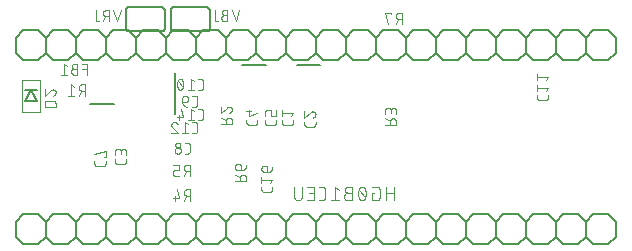
<source format=gbr>
G04 EAGLE Gerber RS-274X export*
G75*
%MOMM*%
%FSLAX34Y34*%
%LPD*%
%INSilkscreen Bottom*%
%IPPOS*%
%AMOC8*
5,1,8,0,0,1.08239X$1,22.5*%
G01*
%ADD10C,0.101600*%
%ADD11C,0.076200*%
%ADD12C,0.152400*%
%ADD13C,0.203200*%


D10*
X66167Y60833D02*
X66167Y72517D01*
X66167Y67324D02*
X59676Y67324D01*
X59676Y72517D02*
X59676Y60833D01*
X49431Y67324D02*
X47484Y67324D01*
X47484Y60833D01*
X51379Y60833D01*
X51478Y60835D01*
X51578Y60841D01*
X51677Y60850D01*
X51775Y60863D01*
X51873Y60880D01*
X51971Y60901D01*
X52067Y60926D01*
X52162Y60954D01*
X52256Y60986D01*
X52349Y61021D01*
X52441Y61060D01*
X52531Y61103D01*
X52619Y61148D01*
X52706Y61198D01*
X52790Y61250D01*
X52873Y61306D01*
X52953Y61364D01*
X53031Y61426D01*
X53106Y61491D01*
X53179Y61559D01*
X53249Y61629D01*
X53317Y61702D01*
X53382Y61777D01*
X53444Y61855D01*
X53502Y61935D01*
X53558Y62018D01*
X53610Y62102D01*
X53660Y62189D01*
X53705Y62277D01*
X53748Y62367D01*
X53787Y62459D01*
X53822Y62552D01*
X53854Y62646D01*
X53882Y62741D01*
X53907Y62837D01*
X53928Y62935D01*
X53945Y63033D01*
X53958Y63131D01*
X53967Y63230D01*
X53973Y63330D01*
X53975Y63429D01*
X53975Y69921D01*
X53973Y70020D01*
X53967Y70120D01*
X53958Y70219D01*
X53945Y70317D01*
X53928Y70415D01*
X53907Y70513D01*
X53882Y70609D01*
X53854Y70704D01*
X53822Y70798D01*
X53787Y70891D01*
X53748Y70983D01*
X53705Y71073D01*
X53660Y71161D01*
X53610Y71248D01*
X53558Y71332D01*
X53502Y71415D01*
X53444Y71495D01*
X53382Y71573D01*
X53317Y71648D01*
X53249Y71721D01*
X53179Y71791D01*
X53106Y71859D01*
X53031Y71924D01*
X52953Y71986D01*
X52873Y72044D01*
X52790Y72100D01*
X52706Y72152D01*
X52619Y72202D01*
X52531Y72247D01*
X52441Y72290D01*
X52349Y72329D01*
X52256Y72364D01*
X52162Y72396D01*
X52067Y72424D01*
X51971Y72449D01*
X51873Y72470D01*
X51775Y72487D01*
X51677Y72500D01*
X51578Y72509D01*
X51478Y72515D01*
X51379Y72517D01*
X47484Y72517D01*
X41191Y70894D02*
X41290Y70687D01*
X41383Y70477D01*
X41471Y70264D01*
X41554Y70050D01*
X41632Y69834D01*
X41705Y69616D01*
X41773Y69396D01*
X41835Y69175D01*
X41892Y68952D01*
X41944Y68728D01*
X41990Y68503D01*
X42031Y68277D01*
X42066Y68050D01*
X42096Y67822D01*
X42121Y67593D01*
X42140Y67364D01*
X42154Y67135D01*
X42162Y66905D01*
X42165Y66675D01*
X41191Y70894D02*
X41158Y70984D01*
X41122Y71073D01*
X41082Y71161D01*
X41038Y71246D01*
X40991Y71330D01*
X40941Y71412D01*
X40887Y71492D01*
X40831Y71569D01*
X40771Y71645D01*
X40708Y71718D01*
X40643Y71788D01*
X40574Y71856D01*
X40503Y71920D01*
X40430Y71982D01*
X40354Y72041D01*
X40276Y72097D01*
X40195Y72150D01*
X40113Y72199D01*
X40029Y72245D01*
X39942Y72288D01*
X39855Y72327D01*
X39765Y72363D01*
X39675Y72395D01*
X39583Y72423D01*
X39490Y72448D01*
X39396Y72469D01*
X39302Y72486D01*
X39207Y72500D01*
X39111Y72509D01*
X39015Y72515D01*
X38919Y72517D01*
X38823Y72515D01*
X38727Y72509D01*
X38631Y72500D01*
X38536Y72486D01*
X38442Y72469D01*
X38348Y72448D01*
X38255Y72423D01*
X38163Y72395D01*
X38073Y72363D01*
X37983Y72327D01*
X37896Y72288D01*
X37809Y72245D01*
X37725Y72199D01*
X37643Y72150D01*
X37562Y72097D01*
X37484Y72041D01*
X37408Y71982D01*
X37335Y71920D01*
X37264Y71856D01*
X37195Y71788D01*
X37130Y71718D01*
X37067Y71645D01*
X37007Y71570D01*
X36951Y71492D01*
X36897Y71412D01*
X36847Y71330D01*
X36800Y71246D01*
X36757Y71161D01*
X36716Y71073D01*
X36680Y70984D01*
X36647Y70894D01*
X36548Y70686D01*
X36455Y70476D01*
X36367Y70264D01*
X36284Y70050D01*
X36206Y69833D01*
X36133Y69615D01*
X36065Y69396D01*
X36003Y69174D01*
X35946Y68952D01*
X35894Y68728D01*
X35848Y68503D01*
X35807Y68277D01*
X35772Y68049D01*
X35742Y67822D01*
X35717Y67593D01*
X35698Y67364D01*
X35684Y67135D01*
X35676Y66905D01*
X35673Y66675D01*
X42164Y66675D02*
X42161Y66445D01*
X42153Y66215D01*
X42139Y65986D01*
X42120Y65757D01*
X42095Y65528D01*
X42065Y65300D01*
X42030Y65073D01*
X41989Y64847D01*
X41943Y64622D01*
X41891Y64398D01*
X41834Y64175D01*
X41772Y63954D01*
X41704Y63734D01*
X41631Y63516D01*
X41553Y63300D01*
X41470Y63086D01*
X41382Y62874D01*
X41289Y62663D01*
X41190Y62456D01*
X41191Y62456D02*
X41158Y62366D01*
X41122Y62277D01*
X41081Y62189D01*
X41038Y62104D01*
X40991Y62020D01*
X40941Y61938D01*
X40887Y61858D01*
X40831Y61781D01*
X40771Y61705D01*
X40708Y61632D01*
X40643Y61562D01*
X40574Y61494D01*
X40503Y61430D01*
X40430Y61368D01*
X40354Y61309D01*
X40276Y61253D01*
X40195Y61200D01*
X40113Y61151D01*
X40029Y61105D01*
X39942Y61062D01*
X39855Y61023D01*
X39765Y60987D01*
X39675Y60955D01*
X39583Y60927D01*
X39490Y60902D01*
X39396Y60881D01*
X39302Y60864D01*
X39207Y60850D01*
X39111Y60841D01*
X39015Y60835D01*
X38919Y60833D01*
X36647Y62456D02*
X36548Y62663D01*
X36455Y62874D01*
X36367Y63086D01*
X36284Y63300D01*
X36206Y63516D01*
X36133Y63734D01*
X36065Y63954D01*
X36003Y64175D01*
X35946Y64398D01*
X35894Y64622D01*
X35848Y64847D01*
X35807Y65073D01*
X35772Y65300D01*
X35742Y65528D01*
X35717Y65757D01*
X35698Y65986D01*
X35684Y66215D01*
X35676Y66445D01*
X35673Y66675D01*
X36647Y62456D02*
X36680Y62366D01*
X36716Y62277D01*
X36757Y62189D01*
X36800Y62104D01*
X36847Y62020D01*
X36897Y61938D01*
X36951Y61858D01*
X37007Y61780D01*
X37067Y61705D01*
X37130Y61632D01*
X37195Y61562D01*
X37264Y61494D01*
X37335Y61430D01*
X37408Y61368D01*
X37484Y61309D01*
X37562Y61253D01*
X37643Y61200D01*
X37725Y61151D01*
X37809Y61105D01*
X37896Y61062D01*
X37983Y61023D01*
X38073Y60987D01*
X38163Y60955D01*
X38255Y60927D01*
X38348Y60902D01*
X38442Y60881D01*
X38536Y60864D01*
X38631Y60850D01*
X38727Y60841D01*
X38823Y60835D01*
X38919Y60833D01*
X41515Y63429D02*
X36322Y69921D01*
X30184Y67324D02*
X26938Y67324D01*
X26938Y67325D02*
X26825Y67323D01*
X26712Y67317D01*
X26599Y67307D01*
X26486Y67293D01*
X26374Y67276D01*
X26263Y67254D01*
X26153Y67229D01*
X26043Y67199D01*
X25935Y67166D01*
X25828Y67129D01*
X25722Y67089D01*
X25618Y67044D01*
X25515Y66996D01*
X25414Y66945D01*
X25315Y66890D01*
X25218Y66832D01*
X25123Y66770D01*
X25030Y66705D01*
X24940Y66637D01*
X24852Y66566D01*
X24766Y66491D01*
X24683Y66414D01*
X24603Y66334D01*
X24526Y66251D01*
X24451Y66165D01*
X24380Y66077D01*
X24312Y65987D01*
X24247Y65894D01*
X24185Y65799D01*
X24127Y65702D01*
X24072Y65603D01*
X24021Y65502D01*
X23973Y65399D01*
X23928Y65295D01*
X23888Y65189D01*
X23851Y65082D01*
X23818Y64974D01*
X23788Y64864D01*
X23763Y64754D01*
X23741Y64643D01*
X23724Y64531D01*
X23710Y64418D01*
X23700Y64305D01*
X23694Y64192D01*
X23692Y64079D01*
X23694Y63966D01*
X23700Y63853D01*
X23710Y63740D01*
X23724Y63627D01*
X23741Y63515D01*
X23763Y63404D01*
X23788Y63294D01*
X23818Y63184D01*
X23851Y63076D01*
X23888Y62969D01*
X23928Y62863D01*
X23973Y62759D01*
X24021Y62656D01*
X24072Y62555D01*
X24127Y62456D01*
X24185Y62359D01*
X24247Y62264D01*
X24312Y62171D01*
X24380Y62081D01*
X24451Y61993D01*
X24526Y61907D01*
X24603Y61824D01*
X24683Y61744D01*
X24766Y61667D01*
X24852Y61592D01*
X24940Y61521D01*
X25030Y61453D01*
X25123Y61388D01*
X25218Y61326D01*
X25315Y61268D01*
X25414Y61213D01*
X25515Y61162D01*
X25618Y61114D01*
X25722Y61069D01*
X25828Y61029D01*
X25935Y60992D01*
X26043Y60959D01*
X26153Y60929D01*
X26263Y60904D01*
X26374Y60882D01*
X26486Y60865D01*
X26599Y60851D01*
X26712Y60841D01*
X26825Y60835D01*
X26938Y60833D01*
X30184Y60833D01*
X30184Y72517D01*
X26938Y72517D01*
X26837Y72515D01*
X26737Y72509D01*
X26637Y72499D01*
X26537Y72486D01*
X26438Y72468D01*
X26339Y72447D01*
X26242Y72422D01*
X26145Y72393D01*
X26050Y72360D01*
X25956Y72324D01*
X25864Y72284D01*
X25773Y72241D01*
X25684Y72194D01*
X25597Y72144D01*
X25511Y72090D01*
X25428Y72033D01*
X25348Y71973D01*
X25269Y71910D01*
X25193Y71843D01*
X25120Y71774D01*
X25050Y71702D01*
X24982Y71628D01*
X24917Y71551D01*
X24856Y71471D01*
X24797Y71389D01*
X24742Y71305D01*
X24690Y71219D01*
X24641Y71131D01*
X24596Y71041D01*
X24554Y70949D01*
X24516Y70856D01*
X24482Y70761D01*
X24451Y70666D01*
X24424Y70569D01*
X24401Y70471D01*
X24381Y70372D01*
X24366Y70272D01*
X24354Y70172D01*
X24346Y70072D01*
X24342Y69971D01*
X24342Y69871D01*
X24346Y69770D01*
X24354Y69670D01*
X24366Y69570D01*
X24381Y69470D01*
X24401Y69371D01*
X24424Y69273D01*
X24451Y69176D01*
X24482Y69081D01*
X24516Y68986D01*
X24554Y68893D01*
X24596Y68801D01*
X24641Y68711D01*
X24690Y68623D01*
X24742Y68537D01*
X24797Y68453D01*
X24856Y68371D01*
X24917Y68291D01*
X24982Y68214D01*
X25050Y68140D01*
X25120Y68068D01*
X25193Y67999D01*
X25269Y67932D01*
X25348Y67869D01*
X25428Y67809D01*
X25511Y67752D01*
X25597Y67698D01*
X25684Y67648D01*
X25773Y67601D01*
X25864Y67558D01*
X25956Y67518D01*
X26050Y67482D01*
X26145Y67449D01*
X26242Y67420D01*
X26339Y67395D01*
X26438Y67374D01*
X26537Y67356D01*
X26637Y67343D01*
X26737Y67333D01*
X26837Y67327D01*
X26938Y67325D01*
X19304Y69921D02*
X16059Y72517D01*
X16059Y60833D01*
X19304Y60833D02*
X12813Y60833D01*
X5311Y60833D02*
X2714Y60833D01*
X5311Y60833D02*
X5410Y60835D01*
X5510Y60841D01*
X5609Y60850D01*
X5707Y60863D01*
X5805Y60880D01*
X5903Y60901D01*
X5999Y60926D01*
X6094Y60954D01*
X6188Y60986D01*
X6281Y61021D01*
X6373Y61060D01*
X6463Y61103D01*
X6551Y61148D01*
X6638Y61198D01*
X6722Y61250D01*
X6805Y61306D01*
X6885Y61364D01*
X6963Y61426D01*
X7038Y61491D01*
X7111Y61559D01*
X7181Y61629D01*
X7249Y61702D01*
X7314Y61777D01*
X7376Y61855D01*
X7434Y61935D01*
X7490Y62018D01*
X7542Y62102D01*
X7592Y62189D01*
X7637Y62277D01*
X7680Y62367D01*
X7719Y62459D01*
X7754Y62552D01*
X7786Y62646D01*
X7814Y62741D01*
X7839Y62837D01*
X7860Y62935D01*
X7877Y63033D01*
X7890Y63131D01*
X7899Y63230D01*
X7905Y63330D01*
X7907Y63429D01*
X7907Y69921D01*
X7905Y70020D01*
X7899Y70120D01*
X7890Y70219D01*
X7877Y70317D01*
X7860Y70415D01*
X7839Y70513D01*
X7814Y70609D01*
X7786Y70704D01*
X7754Y70798D01*
X7719Y70891D01*
X7680Y70983D01*
X7637Y71073D01*
X7592Y71161D01*
X7542Y71248D01*
X7490Y71332D01*
X7434Y71415D01*
X7376Y71495D01*
X7314Y71573D01*
X7249Y71648D01*
X7181Y71721D01*
X7111Y71791D01*
X7038Y71859D01*
X6963Y71924D01*
X6885Y71986D01*
X6805Y72044D01*
X6722Y72100D01*
X6638Y72152D01*
X6551Y72202D01*
X6463Y72247D01*
X6373Y72290D01*
X6281Y72329D01*
X6188Y72364D01*
X6094Y72396D01*
X5999Y72424D01*
X5903Y72449D01*
X5805Y72470D01*
X5707Y72487D01*
X5609Y72500D01*
X5510Y72509D01*
X5410Y72515D01*
X5311Y72517D01*
X2714Y72517D01*
X-2054Y60833D02*
X-7247Y60833D01*
X-2054Y60833D02*
X-2054Y72517D01*
X-7247Y72517D01*
X-5949Y67324D02*
X-2054Y67324D01*
X-11938Y64079D02*
X-11938Y72517D01*
X-11937Y64079D02*
X-11939Y63966D01*
X-11945Y63853D01*
X-11955Y63740D01*
X-11969Y63627D01*
X-11986Y63515D01*
X-12008Y63404D01*
X-12033Y63294D01*
X-12063Y63184D01*
X-12096Y63076D01*
X-12133Y62969D01*
X-12173Y62863D01*
X-12218Y62759D01*
X-12266Y62656D01*
X-12317Y62555D01*
X-12372Y62456D01*
X-12430Y62359D01*
X-12492Y62264D01*
X-12557Y62171D01*
X-12625Y62081D01*
X-12696Y61993D01*
X-12771Y61907D01*
X-12848Y61824D01*
X-12928Y61744D01*
X-13011Y61667D01*
X-13097Y61592D01*
X-13185Y61521D01*
X-13275Y61453D01*
X-13368Y61388D01*
X-13463Y61326D01*
X-13560Y61268D01*
X-13659Y61213D01*
X-13760Y61162D01*
X-13863Y61114D01*
X-13967Y61069D01*
X-14073Y61029D01*
X-14180Y60992D01*
X-14288Y60959D01*
X-14398Y60929D01*
X-14508Y60904D01*
X-14619Y60882D01*
X-14731Y60865D01*
X-14844Y60851D01*
X-14957Y60841D01*
X-15070Y60835D01*
X-15183Y60833D01*
X-15296Y60835D01*
X-15409Y60841D01*
X-15522Y60851D01*
X-15635Y60865D01*
X-15747Y60882D01*
X-15858Y60904D01*
X-15968Y60929D01*
X-16078Y60959D01*
X-16186Y60992D01*
X-16293Y61029D01*
X-16399Y61069D01*
X-16503Y61114D01*
X-16606Y61162D01*
X-16707Y61213D01*
X-16806Y61268D01*
X-16903Y61326D01*
X-16998Y61388D01*
X-17091Y61453D01*
X-17181Y61521D01*
X-17269Y61592D01*
X-17355Y61667D01*
X-17438Y61744D01*
X-17518Y61824D01*
X-17595Y61907D01*
X-17670Y61993D01*
X-17741Y62081D01*
X-17809Y62171D01*
X-17874Y62264D01*
X-17936Y62359D01*
X-17994Y62456D01*
X-18049Y62555D01*
X-18100Y62656D01*
X-18148Y62759D01*
X-18193Y62863D01*
X-18233Y62969D01*
X-18270Y63076D01*
X-18303Y63184D01*
X-18333Y63294D01*
X-18358Y63404D01*
X-18380Y63515D01*
X-18397Y63627D01*
X-18411Y63740D01*
X-18421Y63853D01*
X-18427Y63966D01*
X-18429Y64079D01*
X-18429Y72517D01*
D11*
X-28829Y126953D02*
X-28829Y129042D01*
X-28829Y126953D02*
X-28827Y126864D01*
X-28821Y126776D01*
X-28812Y126688D01*
X-28799Y126600D01*
X-28782Y126513D01*
X-28762Y126427D01*
X-28737Y126342D01*
X-28710Y126257D01*
X-28678Y126174D01*
X-28644Y126093D01*
X-28605Y126013D01*
X-28564Y125935D01*
X-28519Y125858D01*
X-28471Y125784D01*
X-28420Y125711D01*
X-28366Y125641D01*
X-28308Y125574D01*
X-28248Y125508D01*
X-28186Y125446D01*
X-28120Y125386D01*
X-28053Y125328D01*
X-27983Y125274D01*
X-27910Y125223D01*
X-27836Y125175D01*
X-27759Y125130D01*
X-27681Y125089D01*
X-27601Y125050D01*
X-27520Y125016D01*
X-27437Y124984D01*
X-27352Y124957D01*
X-27267Y124932D01*
X-27181Y124912D01*
X-27094Y124895D01*
X-27006Y124882D01*
X-26918Y124873D01*
X-26830Y124867D01*
X-26741Y124865D01*
X-21519Y124865D01*
X-21519Y124864D02*
X-21428Y124866D01*
X-21337Y124872D01*
X-21246Y124882D01*
X-21156Y124896D01*
X-21067Y124914D01*
X-20978Y124935D01*
X-20891Y124961D01*
X-20805Y124990D01*
X-20720Y125023D01*
X-20636Y125060D01*
X-20554Y125100D01*
X-20475Y125144D01*
X-20397Y125191D01*
X-20321Y125242D01*
X-20247Y125296D01*
X-20176Y125353D01*
X-20108Y125413D01*
X-20042Y125476D01*
X-19979Y125542D01*
X-19919Y125610D01*
X-19862Y125681D01*
X-19808Y125755D01*
X-19757Y125831D01*
X-19710Y125908D01*
X-19666Y125988D01*
X-19626Y126070D01*
X-19589Y126154D01*
X-19556Y126238D01*
X-19527Y126325D01*
X-19501Y126412D01*
X-19480Y126501D01*
X-19462Y126590D01*
X-19448Y126680D01*
X-19438Y126771D01*
X-19432Y126862D01*
X-19430Y126953D01*
X-19431Y126953D02*
X-19431Y129042D01*
X-21519Y132510D02*
X-19431Y135121D01*
X-28829Y135121D01*
X-28829Y132510D02*
X-28829Y137732D01*
D12*
X-16307Y175730D02*
X3823Y175730D01*
D11*
X-9779Y127454D02*
X-9779Y125366D01*
X-9777Y125277D01*
X-9771Y125189D01*
X-9762Y125101D01*
X-9749Y125013D01*
X-9732Y124926D01*
X-9712Y124840D01*
X-9687Y124755D01*
X-9660Y124670D01*
X-9628Y124587D01*
X-9594Y124506D01*
X-9555Y124426D01*
X-9514Y124348D01*
X-9469Y124271D01*
X-9421Y124197D01*
X-9370Y124124D01*
X-9316Y124054D01*
X-9258Y123987D01*
X-9198Y123921D01*
X-9136Y123859D01*
X-9070Y123799D01*
X-9003Y123741D01*
X-8933Y123687D01*
X-8860Y123636D01*
X-8786Y123588D01*
X-8709Y123543D01*
X-8631Y123502D01*
X-8551Y123463D01*
X-8470Y123429D01*
X-8387Y123397D01*
X-8302Y123370D01*
X-8217Y123345D01*
X-8131Y123325D01*
X-8044Y123308D01*
X-7956Y123295D01*
X-7868Y123286D01*
X-7780Y123280D01*
X-7691Y123278D01*
X-7691Y123277D02*
X-2469Y123277D01*
X-2378Y123279D01*
X-2287Y123285D01*
X-2196Y123295D01*
X-2106Y123309D01*
X-2017Y123327D01*
X-1928Y123348D01*
X-1841Y123374D01*
X-1755Y123403D01*
X-1670Y123436D01*
X-1586Y123473D01*
X-1504Y123513D01*
X-1425Y123557D01*
X-1347Y123604D01*
X-1271Y123655D01*
X-1197Y123709D01*
X-1126Y123766D01*
X-1058Y123826D01*
X-992Y123889D01*
X-929Y123955D01*
X-869Y124023D01*
X-812Y124094D01*
X-758Y124168D01*
X-707Y124244D01*
X-660Y124321D01*
X-616Y124401D01*
X-576Y124483D01*
X-539Y124567D01*
X-506Y124651D01*
X-477Y124738D01*
X-451Y124825D01*
X-430Y124914D01*
X-412Y125003D01*
X-398Y125093D01*
X-388Y125184D01*
X-382Y125275D01*
X-380Y125366D01*
X-381Y125366D02*
X-381Y127454D01*
X-381Y133795D02*
X-383Y133890D01*
X-389Y133984D01*
X-398Y134078D01*
X-411Y134172D01*
X-428Y134265D01*
X-449Y134357D01*
X-474Y134449D01*
X-502Y134539D01*
X-534Y134628D01*
X-569Y134716D01*
X-608Y134802D01*
X-650Y134887D01*
X-696Y134970D01*
X-745Y135051D01*
X-797Y135130D01*
X-852Y135207D01*
X-911Y135281D01*
X-972Y135353D01*
X-1036Y135423D01*
X-1103Y135490D01*
X-1173Y135554D01*
X-1245Y135615D01*
X-1319Y135674D01*
X-1396Y135729D01*
X-1475Y135781D01*
X-1556Y135830D01*
X-1639Y135876D01*
X-1724Y135918D01*
X-1810Y135957D01*
X-1898Y135992D01*
X-1987Y136024D01*
X-2077Y136052D01*
X-2169Y136077D01*
X-2261Y136098D01*
X-2354Y136115D01*
X-2448Y136128D01*
X-2542Y136137D01*
X-2636Y136143D01*
X-2731Y136145D01*
X-381Y133795D02*
X-383Y133687D01*
X-389Y133578D01*
X-399Y133470D01*
X-412Y133363D01*
X-430Y133256D01*
X-451Y133149D01*
X-476Y133044D01*
X-505Y132939D01*
X-537Y132836D01*
X-574Y132734D01*
X-614Y132633D01*
X-657Y132534D01*
X-704Y132436D01*
X-755Y132340D01*
X-809Y132246D01*
X-866Y132154D01*
X-927Y132064D01*
X-991Y131976D01*
X-1057Y131891D01*
X-1127Y131808D01*
X-1200Y131728D01*
X-1276Y131650D01*
X-1354Y131575D01*
X-1435Y131503D01*
X-1519Y131434D01*
X-1605Y131368D01*
X-1693Y131305D01*
X-1784Y131246D01*
X-1876Y131189D01*
X-1971Y131136D01*
X-2068Y131087D01*
X-2166Y131041D01*
X-2265Y130998D01*
X-2367Y130959D01*
X-2469Y130924D01*
X-4559Y135361D02*
X-4490Y135430D01*
X-4419Y135496D01*
X-4346Y135560D01*
X-4270Y135621D01*
X-4191Y135679D01*
X-4111Y135733D01*
X-4028Y135785D01*
X-3944Y135833D01*
X-3858Y135879D01*
X-3770Y135920D01*
X-3680Y135959D01*
X-3589Y135994D01*
X-3497Y136025D01*
X-3404Y136053D01*
X-3310Y136077D01*
X-3215Y136097D01*
X-3119Y136114D01*
X-3022Y136127D01*
X-2925Y136136D01*
X-2828Y136142D01*
X-2731Y136144D01*
X-4558Y135361D02*
X-9779Y130923D01*
X-9779Y136144D01*
X-43117Y129042D02*
X-43117Y126953D01*
X-43116Y126953D02*
X-43114Y126864D01*
X-43108Y126776D01*
X-43099Y126688D01*
X-43086Y126600D01*
X-43069Y126513D01*
X-43049Y126427D01*
X-43024Y126342D01*
X-42997Y126257D01*
X-42965Y126174D01*
X-42931Y126093D01*
X-42892Y126013D01*
X-42851Y125935D01*
X-42806Y125858D01*
X-42758Y125784D01*
X-42707Y125711D01*
X-42653Y125641D01*
X-42595Y125574D01*
X-42535Y125508D01*
X-42473Y125446D01*
X-42407Y125386D01*
X-42340Y125328D01*
X-42270Y125274D01*
X-42197Y125223D01*
X-42123Y125175D01*
X-42046Y125130D01*
X-41968Y125089D01*
X-41888Y125050D01*
X-41807Y125016D01*
X-41724Y124984D01*
X-41639Y124957D01*
X-41554Y124932D01*
X-41468Y124912D01*
X-41381Y124895D01*
X-41293Y124882D01*
X-41205Y124873D01*
X-41117Y124867D01*
X-41028Y124865D01*
X-35807Y124865D01*
X-35807Y124864D02*
X-35716Y124866D01*
X-35625Y124872D01*
X-35534Y124882D01*
X-35444Y124896D01*
X-35355Y124914D01*
X-35266Y124935D01*
X-35179Y124961D01*
X-35093Y124990D01*
X-35008Y125023D01*
X-34924Y125060D01*
X-34842Y125100D01*
X-34763Y125144D01*
X-34685Y125191D01*
X-34609Y125242D01*
X-34535Y125296D01*
X-34464Y125353D01*
X-34396Y125413D01*
X-34330Y125476D01*
X-34267Y125542D01*
X-34207Y125610D01*
X-34150Y125681D01*
X-34096Y125755D01*
X-34045Y125831D01*
X-33998Y125908D01*
X-33954Y125988D01*
X-33914Y126070D01*
X-33877Y126154D01*
X-33844Y126238D01*
X-33815Y126325D01*
X-33789Y126412D01*
X-33768Y126501D01*
X-33750Y126590D01*
X-33736Y126680D01*
X-33726Y126771D01*
X-33720Y126862D01*
X-33718Y126953D01*
X-33719Y126953D02*
X-33719Y129042D01*
X-43117Y132510D02*
X-43117Y135643D01*
X-43116Y135643D02*
X-43114Y135732D01*
X-43108Y135820D01*
X-43099Y135908D01*
X-43086Y135996D01*
X-43069Y136083D01*
X-43049Y136169D01*
X-43024Y136254D01*
X-42997Y136339D01*
X-42965Y136422D01*
X-42931Y136503D01*
X-42892Y136583D01*
X-42851Y136661D01*
X-42806Y136738D01*
X-42758Y136812D01*
X-42707Y136885D01*
X-42653Y136955D01*
X-42595Y137022D01*
X-42535Y137088D01*
X-42473Y137150D01*
X-42407Y137210D01*
X-42340Y137268D01*
X-42270Y137322D01*
X-42197Y137373D01*
X-42123Y137421D01*
X-42046Y137466D01*
X-41968Y137507D01*
X-41888Y137546D01*
X-41807Y137580D01*
X-41724Y137612D01*
X-41639Y137639D01*
X-41554Y137664D01*
X-41468Y137684D01*
X-41381Y137701D01*
X-41293Y137714D01*
X-41205Y137723D01*
X-41117Y137729D01*
X-41028Y137731D01*
X-41028Y137732D02*
X-39984Y137732D01*
X-39984Y137731D02*
X-39895Y137729D01*
X-39807Y137723D01*
X-39719Y137714D01*
X-39631Y137701D01*
X-39544Y137684D01*
X-39458Y137664D01*
X-39373Y137639D01*
X-39288Y137612D01*
X-39205Y137580D01*
X-39124Y137546D01*
X-39044Y137507D01*
X-38966Y137466D01*
X-38889Y137421D01*
X-38815Y137373D01*
X-38742Y137322D01*
X-38672Y137268D01*
X-38605Y137210D01*
X-38539Y137150D01*
X-38477Y137088D01*
X-38417Y137022D01*
X-38359Y136955D01*
X-38305Y136885D01*
X-38254Y136812D01*
X-38206Y136738D01*
X-38161Y136661D01*
X-38120Y136583D01*
X-38081Y136503D01*
X-38047Y136422D01*
X-38015Y136339D01*
X-37988Y136254D01*
X-37963Y136169D01*
X-37943Y136083D01*
X-37926Y135996D01*
X-37913Y135908D01*
X-37904Y135820D01*
X-37898Y135732D01*
X-37896Y135643D01*
X-37895Y135643D02*
X-37895Y132510D01*
X-33719Y132510D01*
X-33719Y137732D01*
D12*
X-42215Y175730D02*
X-62344Y175730D01*
D11*
X-58992Y129042D02*
X-58992Y126953D01*
X-58991Y126953D02*
X-58989Y126864D01*
X-58983Y126776D01*
X-58974Y126688D01*
X-58961Y126600D01*
X-58944Y126513D01*
X-58924Y126427D01*
X-58899Y126342D01*
X-58872Y126257D01*
X-58840Y126174D01*
X-58806Y126093D01*
X-58767Y126013D01*
X-58726Y125935D01*
X-58681Y125858D01*
X-58633Y125784D01*
X-58582Y125711D01*
X-58528Y125641D01*
X-58470Y125574D01*
X-58410Y125508D01*
X-58348Y125446D01*
X-58282Y125386D01*
X-58215Y125328D01*
X-58145Y125274D01*
X-58072Y125223D01*
X-57998Y125175D01*
X-57921Y125130D01*
X-57843Y125089D01*
X-57763Y125050D01*
X-57682Y125016D01*
X-57599Y124984D01*
X-57514Y124957D01*
X-57429Y124932D01*
X-57343Y124912D01*
X-57256Y124895D01*
X-57168Y124882D01*
X-57080Y124873D01*
X-56992Y124867D01*
X-56903Y124865D01*
X-51682Y124865D01*
X-51682Y124864D02*
X-51591Y124866D01*
X-51500Y124872D01*
X-51409Y124882D01*
X-51319Y124896D01*
X-51230Y124914D01*
X-51141Y124935D01*
X-51054Y124961D01*
X-50968Y124990D01*
X-50883Y125023D01*
X-50799Y125060D01*
X-50717Y125100D01*
X-50638Y125144D01*
X-50560Y125191D01*
X-50484Y125242D01*
X-50410Y125296D01*
X-50339Y125353D01*
X-50271Y125413D01*
X-50205Y125476D01*
X-50142Y125542D01*
X-50082Y125610D01*
X-50025Y125681D01*
X-49971Y125755D01*
X-49920Y125831D01*
X-49873Y125908D01*
X-49829Y125988D01*
X-49789Y126070D01*
X-49752Y126154D01*
X-49719Y126238D01*
X-49690Y126325D01*
X-49664Y126412D01*
X-49643Y126501D01*
X-49625Y126590D01*
X-49611Y126680D01*
X-49601Y126771D01*
X-49595Y126862D01*
X-49593Y126953D01*
X-49594Y126953D02*
X-49594Y129042D01*
X-49594Y134599D02*
X-56903Y132510D01*
X-56903Y137732D01*
X-54815Y136165D02*
X-58992Y136165D01*
X-194056Y167069D02*
X-194056Y176467D01*
X-198233Y176467D01*
X-198233Y172290D02*
X-194056Y172290D01*
X-202095Y172290D02*
X-204705Y172290D01*
X-204806Y172288D01*
X-204907Y172282D01*
X-205008Y172272D01*
X-205108Y172259D01*
X-205208Y172241D01*
X-205307Y172220D01*
X-205405Y172194D01*
X-205502Y172165D01*
X-205598Y172133D01*
X-205692Y172096D01*
X-205785Y172056D01*
X-205877Y172012D01*
X-205966Y171965D01*
X-206054Y171914D01*
X-206140Y171860D01*
X-206223Y171803D01*
X-206305Y171743D01*
X-206383Y171679D01*
X-206460Y171613D01*
X-206533Y171543D01*
X-206604Y171471D01*
X-206672Y171396D01*
X-206737Y171318D01*
X-206799Y171238D01*
X-206858Y171156D01*
X-206914Y171071D01*
X-206966Y170985D01*
X-207015Y170896D01*
X-207061Y170805D01*
X-207102Y170713D01*
X-207141Y170619D01*
X-207175Y170524D01*
X-207206Y170428D01*
X-207233Y170330D01*
X-207257Y170232D01*
X-207276Y170132D01*
X-207292Y170032D01*
X-207304Y169932D01*
X-207312Y169831D01*
X-207316Y169730D01*
X-207316Y169628D01*
X-207312Y169527D01*
X-207304Y169426D01*
X-207292Y169326D01*
X-207276Y169226D01*
X-207257Y169126D01*
X-207233Y169028D01*
X-207206Y168930D01*
X-207175Y168834D01*
X-207141Y168739D01*
X-207102Y168645D01*
X-207061Y168553D01*
X-207015Y168462D01*
X-206966Y168374D01*
X-206914Y168287D01*
X-206858Y168202D01*
X-206799Y168120D01*
X-206737Y168040D01*
X-206672Y167962D01*
X-206604Y167887D01*
X-206533Y167815D01*
X-206460Y167745D01*
X-206383Y167679D01*
X-206305Y167615D01*
X-206223Y167555D01*
X-206140Y167498D01*
X-206054Y167444D01*
X-205966Y167393D01*
X-205877Y167346D01*
X-205785Y167302D01*
X-205692Y167262D01*
X-205598Y167225D01*
X-205502Y167193D01*
X-205405Y167164D01*
X-205307Y167138D01*
X-205208Y167117D01*
X-205108Y167099D01*
X-205008Y167086D01*
X-204907Y167076D01*
X-204806Y167070D01*
X-204705Y167068D01*
X-204705Y167069D02*
X-202095Y167069D01*
X-202095Y176467D01*
X-204705Y176467D01*
X-204705Y176466D02*
X-204795Y176464D01*
X-204884Y176458D01*
X-204974Y176449D01*
X-205063Y176435D01*
X-205151Y176418D01*
X-205238Y176397D01*
X-205325Y176372D01*
X-205410Y176343D01*
X-205494Y176311D01*
X-205576Y176276D01*
X-205657Y176236D01*
X-205736Y176194D01*
X-205813Y176148D01*
X-205888Y176098D01*
X-205961Y176046D01*
X-206032Y175990D01*
X-206100Y175932D01*
X-206165Y175870D01*
X-206228Y175806D01*
X-206288Y175739D01*
X-206345Y175670D01*
X-206399Y175598D01*
X-206450Y175524D01*
X-206498Y175448D01*
X-206542Y175370D01*
X-206583Y175290D01*
X-206621Y175208D01*
X-206655Y175125D01*
X-206685Y175040D01*
X-206712Y174954D01*
X-206735Y174868D01*
X-206754Y174780D01*
X-206769Y174691D01*
X-206781Y174602D01*
X-206789Y174513D01*
X-206793Y174423D01*
X-206793Y174333D01*
X-206789Y174243D01*
X-206781Y174154D01*
X-206769Y174065D01*
X-206754Y173976D01*
X-206735Y173888D01*
X-206712Y173802D01*
X-206685Y173716D01*
X-206655Y173631D01*
X-206621Y173548D01*
X-206583Y173466D01*
X-206542Y173386D01*
X-206498Y173308D01*
X-206450Y173232D01*
X-206399Y173158D01*
X-206345Y173086D01*
X-206288Y173017D01*
X-206228Y172950D01*
X-206165Y172886D01*
X-206100Y172824D01*
X-206032Y172766D01*
X-205961Y172710D01*
X-205888Y172658D01*
X-205813Y172608D01*
X-205736Y172562D01*
X-205657Y172520D01*
X-205576Y172480D01*
X-205494Y172445D01*
X-205410Y172413D01*
X-205325Y172384D01*
X-205238Y172359D01*
X-205151Y172338D01*
X-205063Y172321D01*
X-204974Y172307D01*
X-204884Y172298D01*
X-204795Y172292D01*
X-204705Y172290D01*
X-210802Y174378D02*
X-213413Y176467D01*
X-213413Y167069D01*
X-210802Y167069D02*
X-216024Y167069D01*
X-80582Y125794D02*
X-71184Y125794D01*
X-71184Y128404D01*
X-71183Y128404D02*
X-71185Y128505D01*
X-71191Y128606D01*
X-71201Y128707D01*
X-71214Y128807D01*
X-71232Y128907D01*
X-71253Y129006D01*
X-71279Y129104D01*
X-71308Y129201D01*
X-71340Y129297D01*
X-71377Y129391D01*
X-71417Y129484D01*
X-71461Y129576D01*
X-71508Y129665D01*
X-71559Y129753D01*
X-71613Y129839D01*
X-71670Y129922D01*
X-71730Y130004D01*
X-71794Y130082D01*
X-71860Y130159D01*
X-71930Y130232D01*
X-72002Y130303D01*
X-72077Y130371D01*
X-72155Y130436D01*
X-72235Y130498D01*
X-72317Y130557D01*
X-72402Y130613D01*
X-72489Y130665D01*
X-72577Y130714D01*
X-72668Y130760D01*
X-72760Y130801D01*
X-72854Y130840D01*
X-72949Y130874D01*
X-73045Y130905D01*
X-73143Y130932D01*
X-73241Y130956D01*
X-73341Y130975D01*
X-73441Y130991D01*
X-73541Y131003D01*
X-73642Y131011D01*
X-73743Y131015D01*
X-73845Y131015D01*
X-73946Y131011D01*
X-74047Y131003D01*
X-74147Y130991D01*
X-74247Y130975D01*
X-74347Y130956D01*
X-74445Y130932D01*
X-74543Y130905D01*
X-74639Y130874D01*
X-74734Y130840D01*
X-74828Y130801D01*
X-74920Y130760D01*
X-75011Y130714D01*
X-75100Y130665D01*
X-75186Y130613D01*
X-75271Y130557D01*
X-75353Y130498D01*
X-75433Y130436D01*
X-75511Y130371D01*
X-75586Y130303D01*
X-75658Y130232D01*
X-75728Y130159D01*
X-75794Y130082D01*
X-75858Y130004D01*
X-75918Y129922D01*
X-75975Y129839D01*
X-76029Y129753D01*
X-76080Y129665D01*
X-76127Y129576D01*
X-76171Y129484D01*
X-76211Y129391D01*
X-76248Y129297D01*
X-76280Y129201D01*
X-76309Y129104D01*
X-76335Y129006D01*
X-76356Y128907D01*
X-76374Y128807D01*
X-76387Y128707D01*
X-76397Y128606D01*
X-76403Y128505D01*
X-76405Y128404D01*
X-76405Y125794D01*
X-76405Y128926D02*
X-80582Y131015D01*
X-73533Y140102D02*
X-73438Y140100D01*
X-73344Y140094D01*
X-73250Y140085D01*
X-73156Y140072D01*
X-73063Y140055D01*
X-72971Y140034D01*
X-72879Y140009D01*
X-72789Y139981D01*
X-72700Y139949D01*
X-72612Y139914D01*
X-72526Y139875D01*
X-72441Y139833D01*
X-72358Y139787D01*
X-72277Y139738D01*
X-72198Y139686D01*
X-72121Y139631D01*
X-72047Y139572D01*
X-71975Y139511D01*
X-71905Y139447D01*
X-71838Y139380D01*
X-71774Y139310D01*
X-71713Y139238D01*
X-71654Y139164D01*
X-71599Y139087D01*
X-71547Y139008D01*
X-71498Y138927D01*
X-71452Y138844D01*
X-71410Y138759D01*
X-71371Y138673D01*
X-71336Y138585D01*
X-71304Y138496D01*
X-71276Y138406D01*
X-71251Y138314D01*
X-71230Y138222D01*
X-71213Y138129D01*
X-71200Y138035D01*
X-71191Y137941D01*
X-71185Y137847D01*
X-71183Y137752D01*
X-71184Y137752D02*
X-71186Y137644D01*
X-71192Y137535D01*
X-71202Y137427D01*
X-71215Y137320D01*
X-71233Y137213D01*
X-71254Y137106D01*
X-71279Y137001D01*
X-71308Y136896D01*
X-71340Y136793D01*
X-71377Y136691D01*
X-71417Y136590D01*
X-71460Y136491D01*
X-71507Y136393D01*
X-71558Y136297D01*
X-71612Y136203D01*
X-71669Y136111D01*
X-71730Y136021D01*
X-71794Y135933D01*
X-71860Y135848D01*
X-71930Y135765D01*
X-72003Y135685D01*
X-72079Y135607D01*
X-72157Y135532D01*
X-72238Y135460D01*
X-72322Y135391D01*
X-72408Y135325D01*
X-72496Y135262D01*
X-72587Y135203D01*
X-72679Y135146D01*
X-72774Y135093D01*
X-72871Y135044D01*
X-72969Y134998D01*
X-73068Y134955D01*
X-73170Y134916D01*
X-73272Y134881D01*
X-75361Y139319D02*
X-75292Y139388D01*
X-75221Y139454D01*
X-75148Y139518D01*
X-75072Y139579D01*
X-74993Y139637D01*
X-74913Y139691D01*
X-74830Y139743D01*
X-74746Y139791D01*
X-74660Y139837D01*
X-74572Y139878D01*
X-74482Y139917D01*
X-74391Y139952D01*
X-74299Y139983D01*
X-74206Y140011D01*
X-74112Y140035D01*
X-74017Y140055D01*
X-73921Y140072D01*
X-73824Y140085D01*
X-73727Y140094D01*
X-73630Y140100D01*
X-73533Y140102D01*
X-75360Y139318D02*
X-80582Y134880D01*
X-80582Y140102D01*
X-195644Y149606D02*
X-195644Y159004D01*
X-198254Y159004D01*
X-198355Y159002D01*
X-198456Y158996D01*
X-198557Y158986D01*
X-198657Y158973D01*
X-198757Y158955D01*
X-198856Y158934D01*
X-198954Y158908D01*
X-199051Y158879D01*
X-199147Y158847D01*
X-199241Y158810D01*
X-199334Y158770D01*
X-199426Y158726D01*
X-199515Y158679D01*
X-199603Y158628D01*
X-199689Y158574D01*
X-199772Y158517D01*
X-199854Y158457D01*
X-199932Y158393D01*
X-200009Y158327D01*
X-200082Y158257D01*
X-200153Y158185D01*
X-200221Y158110D01*
X-200286Y158032D01*
X-200348Y157952D01*
X-200407Y157870D01*
X-200463Y157785D01*
X-200515Y157699D01*
X-200564Y157610D01*
X-200610Y157519D01*
X-200651Y157427D01*
X-200690Y157333D01*
X-200724Y157238D01*
X-200755Y157142D01*
X-200782Y157044D01*
X-200806Y156946D01*
X-200825Y156846D01*
X-200841Y156746D01*
X-200853Y156646D01*
X-200861Y156545D01*
X-200865Y156444D01*
X-200865Y156342D01*
X-200861Y156241D01*
X-200853Y156140D01*
X-200841Y156040D01*
X-200825Y155940D01*
X-200806Y155840D01*
X-200782Y155742D01*
X-200755Y155644D01*
X-200724Y155548D01*
X-200690Y155453D01*
X-200651Y155359D01*
X-200610Y155267D01*
X-200564Y155176D01*
X-200515Y155088D01*
X-200463Y155001D01*
X-200407Y154916D01*
X-200348Y154834D01*
X-200286Y154754D01*
X-200221Y154676D01*
X-200153Y154601D01*
X-200082Y154529D01*
X-200009Y154459D01*
X-199932Y154393D01*
X-199854Y154329D01*
X-199772Y154269D01*
X-199689Y154212D01*
X-199603Y154158D01*
X-199515Y154107D01*
X-199426Y154060D01*
X-199334Y154016D01*
X-199241Y153976D01*
X-199147Y153939D01*
X-199051Y153907D01*
X-198954Y153878D01*
X-198856Y153852D01*
X-198757Y153831D01*
X-198657Y153813D01*
X-198557Y153800D01*
X-198456Y153790D01*
X-198355Y153784D01*
X-198254Y153782D01*
X-198254Y153783D02*
X-195644Y153783D01*
X-198776Y153783D02*
X-200865Y149606D01*
X-204730Y156916D02*
X-207341Y159004D01*
X-207341Y149606D01*
X-204730Y149606D02*
X-209952Y149606D01*
X58484Y125011D02*
X67882Y125011D01*
X67882Y127622D01*
X67880Y127723D01*
X67874Y127824D01*
X67864Y127925D01*
X67851Y128025D01*
X67833Y128125D01*
X67812Y128224D01*
X67786Y128322D01*
X67757Y128419D01*
X67725Y128515D01*
X67688Y128609D01*
X67648Y128702D01*
X67604Y128794D01*
X67557Y128883D01*
X67506Y128971D01*
X67452Y129057D01*
X67395Y129140D01*
X67335Y129222D01*
X67271Y129300D01*
X67205Y129377D01*
X67135Y129450D01*
X67063Y129521D01*
X66988Y129589D01*
X66910Y129654D01*
X66830Y129716D01*
X66748Y129775D01*
X66663Y129831D01*
X66577Y129883D01*
X66488Y129932D01*
X66397Y129978D01*
X66305Y130019D01*
X66211Y130058D01*
X66116Y130092D01*
X66020Y130123D01*
X65922Y130150D01*
X65824Y130174D01*
X65724Y130193D01*
X65624Y130209D01*
X65524Y130221D01*
X65423Y130229D01*
X65322Y130233D01*
X65220Y130233D01*
X65119Y130229D01*
X65018Y130221D01*
X64918Y130209D01*
X64818Y130193D01*
X64718Y130174D01*
X64620Y130150D01*
X64522Y130123D01*
X64426Y130092D01*
X64331Y130058D01*
X64237Y130019D01*
X64145Y129978D01*
X64054Y129932D01*
X63966Y129883D01*
X63879Y129831D01*
X63794Y129775D01*
X63712Y129716D01*
X63632Y129654D01*
X63554Y129589D01*
X63479Y129521D01*
X63407Y129450D01*
X63337Y129377D01*
X63271Y129300D01*
X63207Y129222D01*
X63147Y129140D01*
X63090Y129057D01*
X63036Y128971D01*
X62985Y128883D01*
X62938Y128794D01*
X62894Y128702D01*
X62854Y128609D01*
X62817Y128515D01*
X62785Y128419D01*
X62756Y128322D01*
X62730Y128224D01*
X62709Y128125D01*
X62691Y128025D01*
X62678Y127925D01*
X62668Y127824D01*
X62662Y127723D01*
X62660Y127622D01*
X62660Y125011D01*
X62660Y128144D02*
X58484Y130232D01*
X58484Y134098D02*
X58484Y136708D01*
X58483Y136708D02*
X58485Y136809D01*
X58491Y136910D01*
X58501Y137011D01*
X58514Y137111D01*
X58532Y137211D01*
X58553Y137310D01*
X58579Y137408D01*
X58608Y137505D01*
X58640Y137601D01*
X58677Y137695D01*
X58717Y137788D01*
X58761Y137880D01*
X58808Y137969D01*
X58859Y138057D01*
X58913Y138143D01*
X58970Y138226D01*
X59030Y138308D01*
X59094Y138386D01*
X59160Y138463D01*
X59230Y138536D01*
X59302Y138607D01*
X59377Y138675D01*
X59455Y138740D01*
X59535Y138802D01*
X59617Y138861D01*
X59702Y138917D01*
X59789Y138969D01*
X59877Y139018D01*
X59968Y139064D01*
X60060Y139105D01*
X60154Y139144D01*
X60249Y139178D01*
X60345Y139209D01*
X60443Y139236D01*
X60541Y139260D01*
X60641Y139279D01*
X60741Y139295D01*
X60841Y139307D01*
X60942Y139315D01*
X61043Y139319D01*
X61145Y139319D01*
X61246Y139315D01*
X61347Y139307D01*
X61447Y139295D01*
X61547Y139279D01*
X61647Y139260D01*
X61745Y139236D01*
X61843Y139209D01*
X61939Y139178D01*
X62034Y139144D01*
X62128Y139105D01*
X62220Y139064D01*
X62311Y139018D01*
X62400Y138969D01*
X62486Y138917D01*
X62571Y138861D01*
X62653Y138802D01*
X62733Y138740D01*
X62811Y138675D01*
X62886Y138607D01*
X62958Y138536D01*
X63028Y138463D01*
X63094Y138386D01*
X63158Y138308D01*
X63218Y138226D01*
X63275Y138143D01*
X63329Y138057D01*
X63380Y137969D01*
X63427Y137880D01*
X63471Y137788D01*
X63511Y137695D01*
X63548Y137601D01*
X63580Y137505D01*
X63609Y137408D01*
X63635Y137310D01*
X63656Y137211D01*
X63674Y137111D01*
X63687Y137011D01*
X63697Y136910D01*
X63703Y136809D01*
X63705Y136708D01*
X67882Y137231D02*
X67882Y134098D01*
X67881Y137231D02*
X67879Y137321D01*
X67873Y137410D01*
X67864Y137500D01*
X67850Y137589D01*
X67833Y137677D01*
X67812Y137764D01*
X67787Y137851D01*
X67758Y137936D01*
X67726Y138020D01*
X67691Y138102D01*
X67651Y138183D01*
X67609Y138262D01*
X67563Y138339D01*
X67513Y138414D01*
X67461Y138487D01*
X67405Y138558D01*
X67347Y138626D01*
X67285Y138691D01*
X67221Y138754D01*
X67154Y138814D01*
X67085Y138871D01*
X67013Y138925D01*
X66939Y138976D01*
X66863Y139024D01*
X66785Y139068D01*
X66705Y139109D01*
X66623Y139147D01*
X66540Y139181D01*
X66455Y139211D01*
X66369Y139238D01*
X66283Y139261D01*
X66195Y139280D01*
X66106Y139295D01*
X66017Y139307D01*
X65928Y139315D01*
X65838Y139319D01*
X65748Y139319D01*
X65658Y139315D01*
X65569Y139307D01*
X65480Y139295D01*
X65391Y139280D01*
X65303Y139261D01*
X65217Y139238D01*
X65131Y139211D01*
X65046Y139181D01*
X64963Y139147D01*
X64881Y139109D01*
X64801Y139068D01*
X64723Y139024D01*
X64647Y138976D01*
X64573Y138925D01*
X64501Y138871D01*
X64432Y138814D01*
X64365Y138754D01*
X64301Y138691D01*
X64239Y138626D01*
X64181Y138558D01*
X64125Y138487D01*
X64073Y138414D01*
X64023Y138339D01*
X63977Y138262D01*
X63935Y138183D01*
X63895Y138102D01*
X63860Y138020D01*
X63828Y137936D01*
X63799Y137851D01*
X63774Y137764D01*
X63753Y137677D01*
X63736Y137589D01*
X63722Y137500D01*
X63713Y137410D01*
X63707Y137321D01*
X63705Y137231D01*
X63705Y135142D01*
X-108832Y100394D02*
X-110920Y100394D01*
X-108832Y100394D02*
X-108743Y100396D01*
X-108655Y100402D01*
X-108567Y100411D01*
X-108479Y100424D01*
X-108392Y100441D01*
X-108306Y100461D01*
X-108221Y100486D01*
X-108136Y100513D01*
X-108053Y100545D01*
X-107972Y100579D01*
X-107892Y100618D01*
X-107814Y100659D01*
X-107737Y100704D01*
X-107663Y100752D01*
X-107590Y100803D01*
X-107520Y100857D01*
X-107453Y100915D01*
X-107387Y100975D01*
X-107325Y101037D01*
X-107265Y101103D01*
X-107207Y101170D01*
X-107153Y101240D01*
X-107102Y101313D01*
X-107054Y101387D01*
X-107009Y101464D01*
X-106968Y101542D01*
X-106929Y101622D01*
X-106895Y101703D01*
X-106863Y101786D01*
X-106836Y101871D01*
X-106811Y101956D01*
X-106791Y102042D01*
X-106774Y102129D01*
X-106761Y102217D01*
X-106752Y102305D01*
X-106746Y102393D01*
X-106744Y102482D01*
X-106744Y107703D01*
X-106746Y107794D01*
X-106752Y107885D01*
X-106762Y107976D01*
X-106776Y108066D01*
X-106793Y108155D01*
X-106815Y108243D01*
X-106841Y108331D01*
X-106870Y108417D01*
X-106903Y108502D01*
X-106940Y108585D01*
X-106980Y108667D01*
X-107024Y108747D01*
X-107071Y108825D01*
X-107122Y108901D01*
X-107175Y108974D01*
X-107232Y109045D01*
X-107293Y109114D01*
X-107356Y109179D01*
X-107421Y109242D01*
X-107490Y109302D01*
X-107561Y109360D01*
X-107634Y109413D01*
X-107710Y109464D01*
X-107788Y109511D01*
X-107868Y109555D01*
X-107950Y109595D01*
X-108033Y109632D01*
X-108118Y109665D01*
X-108204Y109694D01*
X-108292Y109720D01*
X-108380Y109742D01*
X-108469Y109759D01*
X-108559Y109773D01*
X-108650Y109783D01*
X-108741Y109789D01*
X-108832Y109791D01*
X-108832Y109792D02*
X-110920Y109792D01*
X-114389Y103004D02*
X-114391Y103105D01*
X-114397Y103206D01*
X-114407Y103307D01*
X-114420Y103407D01*
X-114438Y103507D01*
X-114459Y103606D01*
X-114485Y103704D01*
X-114514Y103801D01*
X-114546Y103897D01*
X-114583Y103991D01*
X-114623Y104084D01*
X-114667Y104176D01*
X-114714Y104265D01*
X-114765Y104353D01*
X-114819Y104439D01*
X-114876Y104522D01*
X-114936Y104604D01*
X-115000Y104682D01*
X-115066Y104759D01*
X-115136Y104832D01*
X-115208Y104903D01*
X-115283Y104971D01*
X-115361Y105036D01*
X-115441Y105098D01*
X-115523Y105157D01*
X-115608Y105213D01*
X-115695Y105265D01*
X-115783Y105314D01*
X-115874Y105360D01*
X-115966Y105401D01*
X-116060Y105440D01*
X-116155Y105474D01*
X-116251Y105505D01*
X-116349Y105532D01*
X-116447Y105556D01*
X-116547Y105575D01*
X-116647Y105591D01*
X-116747Y105603D01*
X-116848Y105611D01*
X-116949Y105615D01*
X-117051Y105615D01*
X-117152Y105611D01*
X-117253Y105603D01*
X-117353Y105591D01*
X-117453Y105575D01*
X-117553Y105556D01*
X-117651Y105532D01*
X-117749Y105505D01*
X-117845Y105474D01*
X-117940Y105440D01*
X-118034Y105401D01*
X-118126Y105360D01*
X-118217Y105314D01*
X-118306Y105265D01*
X-118392Y105213D01*
X-118477Y105157D01*
X-118559Y105098D01*
X-118639Y105036D01*
X-118717Y104971D01*
X-118792Y104903D01*
X-118864Y104832D01*
X-118934Y104759D01*
X-119000Y104682D01*
X-119064Y104604D01*
X-119124Y104522D01*
X-119181Y104439D01*
X-119235Y104353D01*
X-119286Y104265D01*
X-119333Y104176D01*
X-119377Y104084D01*
X-119417Y103991D01*
X-119454Y103897D01*
X-119486Y103801D01*
X-119515Y103704D01*
X-119541Y103606D01*
X-119562Y103507D01*
X-119580Y103407D01*
X-119593Y103307D01*
X-119603Y103206D01*
X-119609Y103105D01*
X-119611Y103004D01*
X-119609Y102903D01*
X-119603Y102802D01*
X-119593Y102701D01*
X-119580Y102601D01*
X-119562Y102501D01*
X-119541Y102402D01*
X-119515Y102304D01*
X-119486Y102207D01*
X-119454Y102111D01*
X-119417Y102017D01*
X-119377Y101924D01*
X-119333Y101832D01*
X-119286Y101743D01*
X-119235Y101655D01*
X-119181Y101569D01*
X-119124Y101486D01*
X-119064Y101404D01*
X-119000Y101326D01*
X-118934Y101249D01*
X-118864Y101176D01*
X-118792Y101105D01*
X-118717Y101037D01*
X-118639Y100972D01*
X-118559Y100910D01*
X-118477Y100851D01*
X-118392Y100795D01*
X-118306Y100743D01*
X-118217Y100694D01*
X-118126Y100648D01*
X-118034Y100607D01*
X-117940Y100568D01*
X-117845Y100534D01*
X-117749Y100503D01*
X-117651Y100476D01*
X-117553Y100452D01*
X-117453Y100433D01*
X-117353Y100417D01*
X-117253Y100405D01*
X-117152Y100397D01*
X-117051Y100393D01*
X-116949Y100393D01*
X-116848Y100397D01*
X-116747Y100405D01*
X-116647Y100417D01*
X-116547Y100433D01*
X-116447Y100452D01*
X-116349Y100476D01*
X-116251Y100503D01*
X-116155Y100534D01*
X-116060Y100568D01*
X-115966Y100607D01*
X-115874Y100648D01*
X-115783Y100694D01*
X-115695Y100743D01*
X-115608Y100795D01*
X-115523Y100851D01*
X-115441Y100910D01*
X-115361Y100972D01*
X-115283Y101037D01*
X-115208Y101105D01*
X-115136Y101176D01*
X-115066Y101249D01*
X-115000Y101326D01*
X-114936Y101404D01*
X-114876Y101486D01*
X-114819Y101569D01*
X-114765Y101655D01*
X-114714Y101743D01*
X-114667Y101832D01*
X-114623Y101924D01*
X-114583Y102017D01*
X-114546Y102111D01*
X-114514Y102207D01*
X-114485Y102304D01*
X-114459Y102402D01*
X-114438Y102501D01*
X-114420Y102601D01*
X-114407Y102701D01*
X-114397Y102802D01*
X-114391Y102903D01*
X-114389Y103004D01*
X-114912Y107703D02*
X-114914Y107793D01*
X-114920Y107882D01*
X-114929Y107972D01*
X-114943Y108061D01*
X-114960Y108149D01*
X-114981Y108236D01*
X-115006Y108323D01*
X-115035Y108408D01*
X-115067Y108492D01*
X-115102Y108574D01*
X-115142Y108655D01*
X-115184Y108734D01*
X-115230Y108811D01*
X-115280Y108886D01*
X-115332Y108959D01*
X-115388Y109030D01*
X-115446Y109098D01*
X-115508Y109163D01*
X-115572Y109226D01*
X-115639Y109286D01*
X-115708Y109343D01*
X-115780Y109397D01*
X-115854Y109448D01*
X-115930Y109496D01*
X-116008Y109540D01*
X-116088Y109581D01*
X-116170Y109619D01*
X-116253Y109653D01*
X-116338Y109683D01*
X-116424Y109710D01*
X-116510Y109733D01*
X-116598Y109752D01*
X-116687Y109767D01*
X-116776Y109779D01*
X-116865Y109787D01*
X-116955Y109791D01*
X-117045Y109791D01*
X-117135Y109787D01*
X-117224Y109779D01*
X-117313Y109767D01*
X-117402Y109752D01*
X-117490Y109733D01*
X-117576Y109710D01*
X-117662Y109683D01*
X-117747Y109653D01*
X-117830Y109619D01*
X-117912Y109581D01*
X-117992Y109540D01*
X-118070Y109496D01*
X-118146Y109448D01*
X-118220Y109397D01*
X-118292Y109343D01*
X-118361Y109286D01*
X-118428Y109226D01*
X-118492Y109163D01*
X-118554Y109098D01*
X-118612Y109030D01*
X-118668Y108959D01*
X-118720Y108886D01*
X-118770Y108811D01*
X-118816Y108734D01*
X-118858Y108655D01*
X-118898Y108574D01*
X-118933Y108492D01*
X-118965Y108408D01*
X-118994Y108323D01*
X-119019Y108236D01*
X-119040Y108149D01*
X-119057Y108061D01*
X-119071Y107972D01*
X-119080Y107882D01*
X-119086Y107793D01*
X-119088Y107703D01*
X-119086Y107613D01*
X-119080Y107524D01*
X-119071Y107434D01*
X-119057Y107345D01*
X-119040Y107257D01*
X-119019Y107170D01*
X-118994Y107083D01*
X-118965Y106998D01*
X-118933Y106914D01*
X-118898Y106832D01*
X-118858Y106751D01*
X-118816Y106672D01*
X-118770Y106595D01*
X-118720Y106520D01*
X-118668Y106447D01*
X-118612Y106376D01*
X-118554Y106308D01*
X-118492Y106243D01*
X-118428Y106180D01*
X-118361Y106120D01*
X-118292Y106063D01*
X-118220Y106009D01*
X-118146Y105958D01*
X-118070Y105910D01*
X-117992Y105866D01*
X-117912Y105825D01*
X-117830Y105787D01*
X-117747Y105753D01*
X-117662Y105723D01*
X-117576Y105696D01*
X-117490Y105673D01*
X-117402Y105654D01*
X-117313Y105639D01*
X-117224Y105627D01*
X-117135Y105619D01*
X-117045Y105615D01*
X-116955Y105615D01*
X-116865Y105619D01*
X-116776Y105627D01*
X-116687Y105639D01*
X-116598Y105654D01*
X-116510Y105673D01*
X-116424Y105696D01*
X-116338Y105723D01*
X-116253Y105753D01*
X-116170Y105787D01*
X-116088Y105825D01*
X-116008Y105866D01*
X-115930Y105910D01*
X-115854Y105958D01*
X-115780Y106009D01*
X-115708Y106063D01*
X-115639Y106120D01*
X-115572Y106180D01*
X-115508Y106243D01*
X-115446Y106308D01*
X-115388Y106376D01*
X-115332Y106447D01*
X-115280Y106520D01*
X-115230Y106595D01*
X-115184Y106672D01*
X-115142Y106751D01*
X-115102Y106832D01*
X-115067Y106914D01*
X-115035Y106998D01*
X-115006Y107083D01*
X-114981Y107170D01*
X-114960Y107257D01*
X-114943Y107345D01*
X-114929Y107434D01*
X-114920Y107524D01*
X-114914Y107613D01*
X-114912Y107703D01*
D12*
X-119545Y134290D02*
X-119545Y154419D01*
D11*
X-104570Y140081D02*
X-102482Y140081D01*
X-102393Y140083D01*
X-102305Y140089D01*
X-102217Y140098D01*
X-102129Y140111D01*
X-102042Y140128D01*
X-101956Y140148D01*
X-101871Y140173D01*
X-101786Y140200D01*
X-101703Y140232D01*
X-101622Y140266D01*
X-101542Y140305D01*
X-101464Y140346D01*
X-101387Y140391D01*
X-101313Y140439D01*
X-101240Y140490D01*
X-101170Y140544D01*
X-101103Y140602D01*
X-101037Y140662D01*
X-100975Y140724D01*
X-100915Y140790D01*
X-100857Y140857D01*
X-100803Y140927D01*
X-100752Y141000D01*
X-100704Y141074D01*
X-100659Y141151D01*
X-100618Y141229D01*
X-100579Y141309D01*
X-100545Y141390D01*
X-100513Y141473D01*
X-100486Y141558D01*
X-100461Y141643D01*
X-100441Y141729D01*
X-100424Y141816D01*
X-100411Y141904D01*
X-100402Y141992D01*
X-100396Y142080D01*
X-100394Y142169D01*
X-100394Y147391D01*
X-100396Y147482D01*
X-100402Y147573D01*
X-100412Y147664D01*
X-100426Y147754D01*
X-100443Y147843D01*
X-100465Y147931D01*
X-100491Y148019D01*
X-100520Y148105D01*
X-100553Y148190D01*
X-100590Y148273D01*
X-100630Y148355D01*
X-100674Y148435D01*
X-100721Y148513D01*
X-100772Y148589D01*
X-100825Y148662D01*
X-100882Y148733D01*
X-100943Y148802D01*
X-101006Y148867D01*
X-101071Y148930D01*
X-101140Y148990D01*
X-101211Y149048D01*
X-101284Y149101D01*
X-101360Y149152D01*
X-101438Y149199D01*
X-101518Y149243D01*
X-101600Y149283D01*
X-101683Y149320D01*
X-101768Y149353D01*
X-101854Y149382D01*
X-101942Y149408D01*
X-102030Y149430D01*
X-102119Y149447D01*
X-102209Y149461D01*
X-102300Y149471D01*
X-102391Y149477D01*
X-102482Y149479D01*
X-104570Y149479D01*
X-110128Y144258D02*
X-113260Y144258D01*
X-110128Y144258D02*
X-110039Y144260D01*
X-109951Y144266D01*
X-109863Y144275D01*
X-109775Y144288D01*
X-109688Y144305D01*
X-109602Y144325D01*
X-109517Y144350D01*
X-109432Y144377D01*
X-109349Y144409D01*
X-109268Y144443D01*
X-109188Y144482D01*
X-109110Y144523D01*
X-109033Y144568D01*
X-108959Y144616D01*
X-108886Y144667D01*
X-108816Y144721D01*
X-108749Y144779D01*
X-108683Y144839D01*
X-108621Y144901D01*
X-108561Y144967D01*
X-108503Y145034D01*
X-108449Y145104D01*
X-108398Y145177D01*
X-108350Y145251D01*
X-108305Y145328D01*
X-108264Y145406D01*
X-108225Y145486D01*
X-108191Y145567D01*
X-108159Y145650D01*
X-108132Y145735D01*
X-108107Y145820D01*
X-108087Y145906D01*
X-108070Y145993D01*
X-108057Y146081D01*
X-108048Y146169D01*
X-108042Y146257D01*
X-108040Y146346D01*
X-108039Y146346D02*
X-108039Y146868D01*
X-108041Y146969D01*
X-108047Y147070D01*
X-108057Y147171D01*
X-108070Y147271D01*
X-108088Y147371D01*
X-108109Y147470D01*
X-108135Y147568D01*
X-108164Y147665D01*
X-108196Y147761D01*
X-108233Y147855D01*
X-108273Y147948D01*
X-108317Y148040D01*
X-108364Y148129D01*
X-108415Y148217D01*
X-108469Y148303D01*
X-108526Y148386D01*
X-108586Y148468D01*
X-108650Y148546D01*
X-108716Y148623D01*
X-108786Y148696D01*
X-108858Y148767D01*
X-108933Y148835D01*
X-109011Y148900D01*
X-109091Y148962D01*
X-109173Y149021D01*
X-109258Y149077D01*
X-109345Y149129D01*
X-109433Y149178D01*
X-109524Y149224D01*
X-109616Y149265D01*
X-109710Y149304D01*
X-109805Y149338D01*
X-109901Y149369D01*
X-109999Y149396D01*
X-110097Y149420D01*
X-110197Y149439D01*
X-110297Y149455D01*
X-110397Y149467D01*
X-110498Y149475D01*
X-110599Y149479D01*
X-110701Y149479D01*
X-110802Y149475D01*
X-110903Y149467D01*
X-111003Y149455D01*
X-111103Y149439D01*
X-111203Y149420D01*
X-111301Y149396D01*
X-111399Y149369D01*
X-111495Y149338D01*
X-111590Y149304D01*
X-111684Y149265D01*
X-111776Y149224D01*
X-111867Y149178D01*
X-111956Y149129D01*
X-112042Y149077D01*
X-112127Y149021D01*
X-112209Y148962D01*
X-112289Y148900D01*
X-112367Y148835D01*
X-112442Y148767D01*
X-112514Y148696D01*
X-112584Y148623D01*
X-112650Y148546D01*
X-112714Y148468D01*
X-112774Y148386D01*
X-112831Y148303D01*
X-112885Y148217D01*
X-112936Y148129D01*
X-112983Y148040D01*
X-113027Y147948D01*
X-113067Y147855D01*
X-113104Y147761D01*
X-113136Y147665D01*
X-113165Y147568D01*
X-113191Y147470D01*
X-113212Y147371D01*
X-113230Y147271D01*
X-113243Y147171D01*
X-113253Y147070D01*
X-113259Y146969D01*
X-113261Y146868D01*
X-113260Y146868D02*
X-113260Y144258D01*
X-113258Y144132D01*
X-113252Y144006D01*
X-113243Y143880D01*
X-113230Y143755D01*
X-113212Y143630D01*
X-113192Y143505D01*
X-113167Y143381D01*
X-113139Y143258D01*
X-113107Y143136D01*
X-113071Y143015D01*
X-113032Y142895D01*
X-112989Y142777D01*
X-112942Y142660D01*
X-112892Y142544D01*
X-112838Y142429D01*
X-112782Y142317D01*
X-112721Y142206D01*
X-112658Y142097D01*
X-112591Y141990D01*
X-112521Y141885D01*
X-112447Y141782D01*
X-112371Y141682D01*
X-112292Y141584D01*
X-112210Y141488D01*
X-112124Y141395D01*
X-112037Y141304D01*
X-111946Y141217D01*
X-111853Y141131D01*
X-111757Y141049D01*
X-111659Y140970D01*
X-111559Y140894D01*
X-111456Y140820D01*
X-111351Y140750D01*
X-111244Y140683D01*
X-111135Y140620D01*
X-111024Y140559D01*
X-110912Y140503D01*
X-110797Y140449D01*
X-110681Y140399D01*
X-110564Y140352D01*
X-110446Y140309D01*
X-110326Y140270D01*
X-110205Y140234D01*
X-110083Y140202D01*
X-109960Y140174D01*
X-109836Y140149D01*
X-109711Y140129D01*
X-109586Y140111D01*
X-109461Y140098D01*
X-109335Y140089D01*
X-109209Y140083D01*
X-109083Y140081D01*
X187071Y147972D02*
X187071Y150060D01*
X187071Y147972D02*
X187073Y147883D01*
X187079Y147795D01*
X187088Y147707D01*
X187101Y147619D01*
X187118Y147532D01*
X187138Y147446D01*
X187163Y147361D01*
X187190Y147276D01*
X187222Y147193D01*
X187256Y147112D01*
X187295Y147032D01*
X187336Y146954D01*
X187381Y146877D01*
X187429Y146803D01*
X187480Y146730D01*
X187534Y146660D01*
X187592Y146593D01*
X187652Y146527D01*
X187714Y146465D01*
X187780Y146405D01*
X187847Y146347D01*
X187917Y146293D01*
X187990Y146242D01*
X188064Y146194D01*
X188141Y146149D01*
X188219Y146108D01*
X188299Y146069D01*
X188380Y146035D01*
X188463Y146003D01*
X188548Y145976D01*
X188633Y145951D01*
X188719Y145931D01*
X188806Y145914D01*
X188894Y145901D01*
X188982Y145892D01*
X189070Y145886D01*
X189159Y145884D01*
X189159Y145883D02*
X194381Y145883D01*
X194381Y145884D02*
X194472Y145886D01*
X194563Y145892D01*
X194654Y145902D01*
X194744Y145916D01*
X194833Y145933D01*
X194921Y145955D01*
X195009Y145981D01*
X195095Y146010D01*
X195180Y146043D01*
X195263Y146080D01*
X195345Y146120D01*
X195425Y146164D01*
X195503Y146211D01*
X195579Y146262D01*
X195652Y146315D01*
X195723Y146372D01*
X195792Y146433D01*
X195857Y146496D01*
X195920Y146561D01*
X195980Y146630D01*
X196038Y146701D01*
X196091Y146774D01*
X196142Y146850D01*
X196189Y146928D01*
X196233Y147008D01*
X196273Y147090D01*
X196310Y147173D01*
X196343Y147258D01*
X196372Y147344D01*
X196398Y147432D01*
X196420Y147520D01*
X196437Y147609D01*
X196451Y147699D01*
X196461Y147790D01*
X196467Y147881D01*
X196469Y147972D01*
X196469Y150060D01*
X194381Y153529D02*
X196469Y156139D01*
X187071Y156139D01*
X187071Y153529D02*
X187071Y158750D01*
X194381Y162673D02*
X196469Y165283D01*
X187071Y165283D01*
X187071Y162673D02*
X187071Y167894D01*
X-106744Y70104D02*
X-106744Y60706D01*
X-106744Y70104D02*
X-109354Y70104D01*
X-109455Y70102D01*
X-109556Y70096D01*
X-109657Y70086D01*
X-109757Y70073D01*
X-109857Y70055D01*
X-109956Y70034D01*
X-110054Y70008D01*
X-110151Y69979D01*
X-110247Y69947D01*
X-110341Y69910D01*
X-110434Y69870D01*
X-110526Y69826D01*
X-110615Y69779D01*
X-110703Y69728D01*
X-110789Y69674D01*
X-110872Y69617D01*
X-110954Y69557D01*
X-111032Y69493D01*
X-111109Y69427D01*
X-111182Y69357D01*
X-111253Y69285D01*
X-111321Y69210D01*
X-111386Y69132D01*
X-111448Y69052D01*
X-111507Y68970D01*
X-111563Y68885D01*
X-111615Y68799D01*
X-111664Y68710D01*
X-111710Y68619D01*
X-111751Y68527D01*
X-111790Y68433D01*
X-111824Y68338D01*
X-111855Y68242D01*
X-111882Y68144D01*
X-111906Y68046D01*
X-111925Y67946D01*
X-111941Y67846D01*
X-111953Y67746D01*
X-111961Y67645D01*
X-111965Y67544D01*
X-111965Y67442D01*
X-111961Y67341D01*
X-111953Y67240D01*
X-111941Y67140D01*
X-111925Y67040D01*
X-111906Y66940D01*
X-111882Y66842D01*
X-111855Y66744D01*
X-111824Y66648D01*
X-111790Y66553D01*
X-111751Y66459D01*
X-111710Y66367D01*
X-111664Y66276D01*
X-111615Y66188D01*
X-111563Y66101D01*
X-111507Y66016D01*
X-111448Y65934D01*
X-111386Y65854D01*
X-111321Y65776D01*
X-111253Y65701D01*
X-111182Y65629D01*
X-111109Y65559D01*
X-111032Y65493D01*
X-110954Y65429D01*
X-110872Y65369D01*
X-110789Y65312D01*
X-110703Y65258D01*
X-110615Y65207D01*
X-110526Y65160D01*
X-110434Y65116D01*
X-110341Y65076D01*
X-110247Y65039D01*
X-110151Y65007D01*
X-110054Y64978D01*
X-109956Y64952D01*
X-109857Y64931D01*
X-109757Y64913D01*
X-109657Y64900D01*
X-109556Y64890D01*
X-109455Y64884D01*
X-109354Y64882D01*
X-109354Y64883D02*
X-106744Y64883D01*
X-109876Y64883D02*
X-111965Y60706D01*
X-115830Y62794D02*
X-117919Y70104D01*
X-115830Y62794D02*
X-121052Y62794D01*
X-119485Y60706D02*
X-119485Y64883D01*
X-106744Y81344D02*
X-106744Y90742D01*
X-109354Y90742D01*
X-109455Y90740D01*
X-109556Y90734D01*
X-109657Y90724D01*
X-109757Y90711D01*
X-109857Y90693D01*
X-109956Y90672D01*
X-110054Y90646D01*
X-110151Y90617D01*
X-110247Y90585D01*
X-110341Y90548D01*
X-110434Y90508D01*
X-110526Y90464D01*
X-110615Y90417D01*
X-110703Y90366D01*
X-110789Y90312D01*
X-110872Y90255D01*
X-110954Y90195D01*
X-111032Y90131D01*
X-111109Y90065D01*
X-111182Y89995D01*
X-111253Y89923D01*
X-111321Y89848D01*
X-111386Y89770D01*
X-111448Y89690D01*
X-111507Y89608D01*
X-111563Y89523D01*
X-111615Y89437D01*
X-111664Y89348D01*
X-111710Y89257D01*
X-111751Y89165D01*
X-111790Y89071D01*
X-111824Y88976D01*
X-111855Y88880D01*
X-111882Y88782D01*
X-111906Y88684D01*
X-111925Y88584D01*
X-111941Y88484D01*
X-111953Y88384D01*
X-111961Y88283D01*
X-111965Y88182D01*
X-111965Y88080D01*
X-111961Y87979D01*
X-111953Y87878D01*
X-111941Y87778D01*
X-111925Y87678D01*
X-111906Y87578D01*
X-111882Y87480D01*
X-111855Y87382D01*
X-111824Y87286D01*
X-111790Y87191D01*
X-111751Y87097D01*
X-111710Y87005D01*
X-111664Y86914D01*
X-111615Y86826D01*
X-111563Y86739D01*
X-111507Y86654D01*
X-111448Y86572D01*
X-111386Y86492D01*
X-111321Y86414D01*
X-111253Y86339D01*
X-111182Y86267D01*
X-111109Y86197D01*
X-111032Y86131D01*
X-110954Y86067D01*
X-110872Y86007D01*
X-110789Y85950D01*
X-110703Y85896D01*
X-110615Y85845D01*
X-110526Y85798D01*
X-110434Y85754D01*
X-110341Y85714D01*
X-110247Y85677D01*
X-110151Y85645D01*
X-110054Y85616D01*
X-109956Y85590D01*
X-109857Y85569D01*
X-109757Y85551D01*
X-109657Y85538D01*
X-109556Y85528D01*
X-109455Y85522D01*
X-109354Y85520D01*
X-106744Y85520D01*
X-109876Y85520D02*
X-111965Y81344D01*
X-115830Y81344D02*
X-118963Y81344D01*
X-119052Y81346D01*
X-119140Y81352D01*
X-119228Y81361D01*
X-119316Y81374D01*
X-119403Y81391D01*
X-119489Y81411D01*
X-119574Y81436D01*
X-119659Y81463D01*
X-119742Y81495D01*
X-119823Y81529D01*
X-119903Y81568D01*
X-119981Y81609D01*
X-120058Y81654D01*
X-120132Y81702D01*
X-120205Y81753D01*
X-120275Y81807D01*
X-120342Y81865D01*
X-120408Y81925D01*
X-120470Y81987D01*
X-120530Y82053D01*
X-120588Y82120D01*
X-120642Y82190D01*
X-120693Y82263D01*
X-120741Y82337D01*
X-120786Y82414D01*
X-120827Y82492D01*
X-120866Y82572D01*
X-120900Y82653D01*
X-120932Y82736D01*
X-120959Y82821D01*
X-120984Y82906D01*
X-121004Y82992D01*
X-121021Y83079D01*
X-121034Y83167D01*
X-121043Y83255D01*
X-121049Y83343D01*
X-121051Y83432D01*
X-121052Y83432D02*
X-121052Y84476D01*
X-121051Y84476D02*
X-121049Y84565D01*
X-121043Y84653D01*
X-121034Y84741D01*
X-121021Y84829D01*
X-121004Y84916D01*
X-120984Y85002D01*
X-120959Y85087D01*
X-120932Y85172D01*
X-120900Y85255D01*
X-120866Y85336D01*
X-120827Y85416D01*
X-120786Y85494D01*
X-120741Y85571D01*
X-120693Y85645D01*
X-120642Y85718D01*
X-120588Y85788D01*
X-120530Y85855D01*
X-120470Y85921D01*
X-120408Y85983D01*
X-120342Y86043D01*
X-120275Y86101D01*
X-120205Y86155D01*
X-120132Y86206D01*
X-120058Y86254D01*
X-119981Y86299D01*
X-119903Y86340D01*
X-119823Y86379D01*
X-119742Y86413D01*
X-119659Y86445D01*
X-119574Y86472D01*
X-119489Y86497D01*
X-119403Y86517D01*
X-119316Y86534D01*
X-119228Y86547D01*
X-119140Y86556D01*
X-119052Y86562D01*
X-118963Y86564D01*
X-118963Y86565D02*
X-115830Y86565D01*
X-115830Y90742D01*
X-121052Y90742D01*
D12*
X-170802Y142392D02*
X-190932Y142392D01*
D11*
X-187579Y94117D02*
X-187579Y92028D01*
X-187577Y91939D01*
X-187571Y91851D01*
X-187562Y91763D01*
X-187549Y91675D01*
X-187532Y91588D01*
X-187512Y91502D01*
X-187487Y91417D01*
X-187460Y91332D01*
X-187428Y91249D01*
X-187394Y91168D01*
X-187355Y91088D01*
X-187314Y91010D01*
X-187269Y90933D01*
X-187221Y90859D01*
X-187170Y90786D01*
X-187116Y90716D01*
X-187058Y90649D01*
X-186998Y90583D01*
X-186936Y90521D01*
X-186870Y90461D01*
X-186803Y90403D01*
X-186733Y90349D01*
X-186660Y90298D01*
X-186586Y90250D01*
X-186509Y90205D01*
X-186431Y90164D01*
X-186351Y90125D01*
X-186270Y90091D01*
X-186187Y90059D01*
X-186102Y90032D01*
X-186017Y90007D01*
X-185931Y89987D01*
X-185844Y89970D01*
X-185756Y89957D01*
X-185668Y89948D01*
X-185580Y89942D01*
X-185491Y89940D01*
X-180269Y89940D01*
X-180269Y89939D02*
X-180178Y89941D01*
X-180087Y89947D01*
X-179996Y89957D01*
X-179906Y89971D01*
X-179817Y89989D01*
X-179728Y90010D01*
X-179641Y90036D01*
X-179555Y90065D01*
X-179470Y90098D01*
X-179386Y90135D01*
X-179304Y90175D01*
X-179225Y90219D01*
X-179147Y90266D01*
X-179071Y90317D01*
X-178997Y90371D01*
X-178926Y90428D01*
X-178858Y90488D01*
X-178792Y90551D01*
X-178729Y90617D01*
X-178669Y90685D01*
X-178612Y90756D01*
X-178558Y90830D01*
X-178507Y90906D01*
X-178460Y90983D01*
X-178416Y91063D01*
X-178376Y91145D01*
X-178339Y91229D01*
X-178306Y91313D01*
X-178277Y91400D01*
X-178251Y91487D01*
X-178230Y91576D01*
X-178212Y91665D01*
X-178198Y91755D01*
X-178188Y91846D01*
X-178182Y91937D01*
X-178180Y92028D01*
X-178181Y92028D02*
X-178181Y94117D01*
X-178181Y97585D02*
X-179225Y97585D01*
X-178181Y97585D02*
X-178181Y102807D01*
X-187579Y100196D01*
X-104570Y117856D02*
X-102482Y117856D01*
X-102393Y117858D01*
X-102305Y117864D01*
X-102217Y117873D01*
X-102129Y117886D01*
X-102042Y117903D01*
X-101956Y117923D01*
X-101871Y117948D01*
X-101786Y117975D01*
X-101703Y118007D01*
X-101622Y118041D01*
X-101542Y118080D01*
X-101464Y118121D01*
X-101387Y118166D01*
X-101313Y118214D01*
X-101240Y118265D01*
X-101170Y118319D01*
X-101103Y118377D01*
X-101037Y118437D01*
X-100975Y118499D01*
X-100915Y118565D01*
X-100857Y118632D01*
X-100803Y118702D01*
X-100752Y118775D01*
X-100704Y118849D01*
X-100659Y118926D01*
X-100618Y119004D01*
X-100579Y119084D01*
X-100545Y119165D01*
X-100513Y119248D01*
X-100486Y119333D01*
X-100461Y119418D01*
X-100441Y119504D01*
X-100424Y119591D01*
X-100411Y119679D01*
X-100402Y119767D01*
X-100396Y119855D01*
X-100394Y119944D01*
X-100394Y125166D01*
X-100396Y125257D01*
X-100402Y125348D01*
X-100412Y125439D01*
X-100426Y125529D01*
X-100443Y125618D01*
X-100465Y125706D01*
X-100491Y125794D01*
X-100520Y125880D01*
X-100553Y125965D01*
X-100590Y126048D01*
X-100630Y126130D01*
X-100674Y126210D01*
X-100721Y126288D01*
X-100772Y126364D01*
X-100825Y126437D01*
X-100882Y126508D01*
X-100943Y126577D01*
X-101006Y126642D01*
X-101071Y126705D01*
X-101140Y126765D01*
X-101211Y126823D01*
X-101284Y126876D01*
X-101360Y126927D01*
X-101438Y126974D01*
X-101518Y127018D01*
X-101600Y127058D01*
X-101683Y127095D01*
X-101768Y127128D01*
X-101854Y127157D01*
X-101942Y127183D01*
X-102030Y127205D01*
X-102119Y127222D01*
X-102209Y127236D01*
X-102300Y127246D01*
X-102391Y127252D01*
X-102482Y127254D01*
X-104570Y127254D01*
X-108039Y125166D02*
X-110650Y127254D01*
X-110650Y117856D01*
X-113260Y117856D02*
X-108039Y117856D01*
X-120055Y127255D02*
X-120150Y127253D01*
X-120244Y127247D01*
X-120338Y127238D01*
X-120432Y127225D01*
X-120525Y127208D01*
X-120617Y127187D01*
X-120709Y127162D01*
X-120799Y127134D01*
X-120888Y127102D01*
X-120976Y127067D01*
X-121062Y127028D01*
X-121147Y126986D01*
X-121230Y126940D01*
X-121311Y126891D01*
X-121390Y126839D01*
X-121467Y126784D01*
X-121541Y126725D01*
X-121613Y126664D01*
X-121683Y126600D01*
X-121750Y126533D01*
X-121814Y126463D01*
X-121875Y126391D01*
X-121934Y126317D01*
X-121989Y126240D01*
X-122041Y126161D01*
X-122090Y126080D01*
X-122136Y125997D01*
X-122178Y125912D01*
X-122217Y125826D01*
X-122252Y125738D01*
X-122284Y125649D01*
X-122312Y125559D01*
X-122337Y125467D01*
X-122358Y125375D01*
X-122375Y125282D01*
X-122388Y125188D01*
X-122397Y125094D01*
X-122403Y125000D01*
X-122405Y124905D01*
X-120055Y127254D02*
X-119947Y127252D01*
X-119838Y127246D01*
X-119730Y127236D01*
X-119623Y127223D01*
X-119516Y127205D01*
X-119409Y127184D01*
X-119304Y127159D01*
X-119199Y127130D01*
X-119096Y127098D01*
X-118994Y127061D01*
X-118893Y127021D01*
X-118794Y126978D01*
X-118696Y126931D01*
X-118600Y126880D01*
X-118506Y126826D01*
X-118414Y126769D01*
X-118324Y126708D01*
X-118236Y126644D01*
X-118151Y126578D01*
X-118068Y126508D01*
X-117988Y126435D01*
X-117910Y126359D01*
X-117835Y126281D01*
X-117763Y126200D01*
X-117694Y126116D01*
X-117628Y126030D01*
X-117565Y125942D01*
X-117506Y125851D01*
X-117449Y125759D01*
X-117396Y125664D01*
X-117347Y125568D01*
X-117301Y125469D01*
X-117258Y125370D01*
X-117219Y125268D01*
X-117184Y125166D01*
X-121622Y123077D02*
X-121691Y123146D01*
X-121757Y123217D01*
X-121821Y123290D01*
X-121882Y123366D01*
X-121940Y123445D01*
X-121994Y123525D01*
X-122046Y123608D01*
X-122094Y123692D01*
X-122140Y123778D01*
X-122181Y123866D01*
X-122220Y123956D01*
X-122255Y124047D01*
X-122286Y124139D01*
X-122314Y124232D01*
X-122338Y124326D01*
X-122358Y124421D01*
X-122375Y124517D01*
X-122388Y124614D01*
X-122397Y124711D01*
X-122403Y124808D01*
X-122405Y124905D01*
X-121621Y123077D02*
X-117183Y117856D01*
X-122404Y117856D01*
D12*
X-119545Y148577D02*
X-119545Y168707D01*
D11*
X-99808Y154369D02*
X-97719Y154369D01*
X-97630Y154371D01*
X-97542Y154377D01*
X-97454Y154386D01*
X-97366Y154399D01*
X-97279Y154416D01*
X-97193Y154436D01*
X-97108Y154461D01*
X-97023Y154488D01*
X-96940Y154520D01*
X-96859Y154554D01*
X-96779Y154593D01*
X-96701Y154634D01*
X-96624Y154679D01*
X-96550Y154727D01*
X-96477Y154778D01*
X-96407Y154832D01*
X-96340Y154890D01*
X-96274Y154950D01*
X-96212Y155012D01*
X-96152Y155078D01*
X-96094Y155145D01*
X-96040Y155215D01*
X-95989Y155288D01*
X-95941Y155362D01*
X-95896Y155439D01*
X-95855Y155517D01*
X-95816Y155597D01*
X-95782Y155678D01*
X-95750Y155761D01*
X-95723Y155846D01*
X-95698Y155931D01*
X-95678Y156017D01*
X-95661Y156104D01*
X-95648Y156192D01*
X-95639Y156280D01*
X-95633Y156368D01*
X-95631Y156457D01*
X-95631Y161678D01*
X-95633Y161769D01*
X-95639Y161860D01*
X-95649Y161951D01*
X-95663Y162041D01*
X-95680Y162130D01*
X-95702Y162218D01*
X-95728Y162306D01*
X-95757Y162392D01*
X-95790Y162477D01*
X-95827Y162560D01*
X-95867Y162642D01*
X-95911Y162722D01*
X-95958Y162800D01*
X-96009Y162876D01*
X-96062Y162949D01*
X-96119Y163020D01*
X-96180Y163089D01*
X-96243Y163154D01*
X-96308Y163217D01*
X-96377Y163277D01*
X-96448Y163335D01*
X-96521Y163388D01*
X-96597Y163439D01*
X-96675Y163486D01*
X-96755Y163530D01*
X-96837Y163570D01*
X-96920Y163607D01*
X-97005Y163640D01*
X-97091Y163669D01*
X-97179Y163695D01*
X-97267Y163717D01*
X-97356Y163734D01*
X-97446Y163748D01*
X-97537Y163758D01*
X-97628Y163764D01*
X-97719Y163766D01*
X-97719Y163767D02*
X-99808Y163767D01*
X-103277Y161678D02*
X-105887Y163767D01*
X-105887Y154369D01*
X-103277Y154369D02*
X-108498Y154369D01*
X-112420Y159068D02*
X-112422Y159253D01*
X-112429Y159438D01*
X-112440Y159622D01*
X-112455Y159806D01*
X-112475Y159990D01*
X-112499Y160174D01*
X-112528Y160356D01*
X-112561Y160538D01*
X-112598Y160719D01*
X-112640Y160899D01*
X-112686Y161079D01*
X-112736Y161257D01*
X-112790Y161433D01*
X-112849Y161609D01*
X-112911Y161783D01*
X-112978Y161955D01*
X-113049Y162126D01*
X-113124Y162295D01*
X-113203Y162462D01*
X-113233Y162542D01*
X-113266Y162621D01*
X-113303Y162698D01*
X-113343Y162774D01*
X-113386Y162848D01*
X-113432Y162920D01*
X-113482Y162989D01*
X-113534Y163057D01*
X-113590Y163122D01*
X-113648Y163185D01*
X-113710Y163244D01*
X-113773Y163302D01*
X-113840Y163356D01*
X-113908Y163407D01*
X-113979Y163455D01*
X-114052Y163500D01*
X-114126Y163542D01*
X-114203Y163580D01*
X-114281Y163615D01*
X-114360Y163647D01*
X-114441Y163675D01*
X-114523Y163699D01*
X-114607Y163720D01*
X-114690Y163737D01*
X-114775Y163750D01*
X-114860Y163759D01*
X-114945Y163765D01*
X-115031Y163767D01*
X-115117Y163765D01*
X-115202Y163759D01*
X-115287Y163750D01*
X-115372Y163737D01*
X-115455Y163720D01*
X-115539Y163699D01*
X-115621Y163675D01*
X-115702Y163647D01*
X-115781Y163615D01*
X-115859Y163580D01*
X-115936Y163542D01*
X-116010Y163500D01*
X-116083Y163455D01*
X-116154Y163407D01*
X-116222Y163356D01*
X-116289Y163302D01*
X-116352Y163244D01*
X-116414Y163185D01*
X-116472Y163122D01*
X-116528Y163057D01*
X-116580Y162989D01*
X-116630Y162920D01*
X-116676Y162848D01*
X-116719Y162774D01*
X-116759Y162698D01*
X-116796Y162621D01*
X-116829Y162542D01*
X-116859Y162462D01*
X-116938Y162295D01*
X-117013Y162126D01*
X-117084Y161955D01*
X-117151Y161783D01*
X-117213Y161609D01*
X-117272Y161433D01*
X-117326Y161257D01*
X-117376Y161079D01*
X-117422Y160899D01*
X-117464Y160719D01*
X-117501Y160538D01*
X-117534Y160356D01*
X-117563Y160174D01*
X-117587Y159990D01*
X-117607Y159806D01*
X-117622Y159622D01*
X-117633Y159438D01*
X-117640Y159253D01*
X-117642Y159068D01*
X-112421Y159068D02*
X-112423Y158883D01*
X-112430Y158698D01*
X-112441Y158514D01*
X-112456Y158330D01*
X-112476Y158146D01*
X-112500Y157962D01*
X-112529Y157780D01*
X-112562Y157598D01*
X-112599Y157417D01*
X-112641Y157237D01*
X-112687Y157057D01*
X-112737Y156879D01*
X-112791Y156703D01*
X-112850Y156527D01*
X-112912Y156353D01*
X-112979Y156181D01*
X-113050Y156010D01*
X-113125Y155841D01*
X-113204Y155674D01*
X-113203Y155673D02*
X-113233Y155593D01*
X-113266Y155514D01*
X-113303Y155437D01*
X-113343Y155361D01*
X-113386Y155287D01*
X-113432Y155215D01*
X-113482Y155146D01*
X-113535Y155078D01*
X-113590Y155013D01*
X-113649Y154950D01*
X-113710Y154891D01*
X-113773Y154833D01*
X-113840Y154779D01*
X-113908Y154728D01*
X-113979Y154680D01*
X-114052Y154635D01*
X-114126Y154593D01*
X-114203Y154555D01*
X-114281Y154520D01*
X-114360Y154488D01*
X-114441Y154460D01*
X-114523Y154436D01*
X-114607Y154415D01*
X-114690Y154398D01*
X-114775Y154385D01*
X-114860Y154376D01*
X-114945Y154370D01*
X-115031Y154368D01*
X-116859Y155674D02*
X-116938Y155841D01*
X-117013Y156010D01*
X-117084Y156181D01*
X-117151Y156353D01*
X-117213Y156527D01*
X-117272Y156703D01*
X-117326Y156879D01*
X-117376Y157057D01*
X-117422Y157237D01*
X-117464Y157417D01*
X-117501Y157598D01*
X-117534Y157780D01*
X-117563Y157962D01*
X-117587Y158146D01*
X-117607Y158330D01*
X-117622Y158514D01*
X-117633Y158698D01*
X-117640Y158883D01*
X-117642Y159068D01*
X-116859Y155673D02*
X-116829Y155593D01*
X-116796Y155514D01*
X-116759Y155437D01*
X-116719Y155361D01*
X-116676Y155287D01*
X-116630Y155215D01*
X-116580Y155146D01*
X-116528Y155078D01*
X-116472Y155013D01*
X-116414Y154950D01*
X-116352Y154891D01*
X-116289Y154833D01*
X-116222Y154779D01*
X-116154Y154728D01*
X-116083Y154680D01*
X-116010Y154635D01*
X-115936Y154593D01*
X-115859Y154555D01*
X-115781Y154520D01*
X-115702Y154488D01*
X-115621Y154460D01*
X-115539Y154436D01*
X-115455Y154415D01*
X-115372Y154398D01*
X-115287Y154385D01*
X-115202Y154376D01*
X-115117Y154370D01*
X-115031Y154368D01*
X-112943Y156457D02*
X-117120Y161678D01*
X-99808Y128969D02*
X-97719Y128969D01*
X-97630Y128971D01*
X-97542Y128977D01*
X-97454Y128986D01*
X-97366Y128999D01*
X-97279Y129016D01*
X-97193Y129036D01*
X-97108Y129061D01*
X-97023Y129088D01*
X-96940Y129120D01*
X-96859Y129154D01*
X-96779Y129193D01*
X-96701Y129234D01*
X-96624Y129279D01*
X-96550Y129327D01*
X-96477Y129378D01*
X-96407Y129432D01*
X-96340Y129490D01*
X-96274Y129550D01*
X-96212Y129612D01*
X-96152Y129678D01*
X-96094Y129745D01*
X-96040Y129815D01*
X-95989Y129888D01*
X-95941Y129962D01*
X-95896Y130039D01*
X-95855Y130117D01*
X-95816Y130197D01*
X-95782Y130278D01*
X-95750Y130361D01*
X-95723Y130446D01*
X-95698Y130531D01*
X-95678Y130617D01*
X-95661Y130704D01*
X-95648Y130792D01*
X-95639Y130880D01*
X-95633Y130968D01*
X-95631Y131057D01*
X-95631Y136278D01*
X-95633Y136369D01*
X-95639Y136460D01*
X-95649Y136551D01*
X-95663Y136641D01*
X-95680Y136730D01*
X-95702Y136818D01*
X-95728Y136906D01*
X-95757Y136992D01*
X-95790Y137077D01*
X-95827Y137160D01*
X-95867Y137242D01*
X-95911Y137322D01*
X-95958Y137400D01*
X-96009Y137476D01*
X-96062Y137549D01*
X-96119Y137620D01*
X-96180Y137689D01*
X-96243Y137754D01*
X-96308Y137817D01*
X-96377Y137877D01*
X-96448Y137935D01*
X-96521Y137988D01*
X-96597Y138039D01*
X-96675Y138086D01*
X-96755Y138130D01*
X-96837Y138170D01*
X-96920Y138207D01*
X-97005Y138240D01*
X-97091Y138269D01*
X-97179Y138295D01*
X-97267Y138317D01*
X-97356Y138334D01*
X-97446Y138348D01*
X-97537Y138358D01*
X-97628Y138364D01*
X-97719Y138366D01*
X-97719Y138367D02*
X-99808Y138367D01*
X-103277Y136278D02*
X-105887Y138367D01*
X-105887Y128969D01*
X-103277Y128969D02*
X-108498Y128969D01*
X-112421Y131057D02*
X-114509Y138367D01*
X-112421Y131057D02*
X-117642Y131057D01*
X-116075Y133145D02*
X-116075Y128969D01*
X-170117Y95704D02*
X-170117Y93616D01*
X-170116Y93616D02*
X-170114Y93527D01*
X-170108Y93439D01*
X-170099Y93351D01*
X-170086Y93263D01*
X-170069Y93176D01*
X-170049Y93090D01*
X-170024Y93005D01*
X-169997Y92920D01*
X-169965Y92837D01*
X-169931Y92756D01*
X-169892Y92676D01*
X-169851Y92598D01*
X-169806Y92521D01*
X-169758Y92447D01*
X-169707Y92374D01*
X-169653Y92304D01*
X-169595Y92237D01*
X-169535Y92171D01*
X-169473Y92109D01*
X-169407Y92049D01*
X-169340Y91991D01*
X-169270Y91937D01*
X-169197Y91886D01*
X-169123Y91838D01*
X-169046Y91793D01*
X-168968Y91752D01*
X-168888Y91713D01*
X-168807Y91679D01*
X-168724Y91647D01*
X-168639Y91620D01*
X-168554Y91595D01*
X-168468Y91575D01*
X-168381Y91558D01*
X-168293Y91545D01*
X-168205Y91536D01*
X-168117Y91530D01*
X-168028Y91528D01*
X-168028Y91527D02*
X-162807Y91527D01*
X-162716Y91529D01*
X-162625Y91535D01*
X-162534Y91545D01*
X-162444Y91559D01*
X-162355Y91577D01*
X-162266Y91598D01*
X-162179Y91624D01*
X-162093Y91653D01*
X-162008Y91686D01*
X-161924Y91723D01*
X-161842Y91763D01*
X-161763Y91807D01*
X-161685Y91854D01*
X-161609Y91905D01*
X-161535Y91959D01*
X-161464Y92016D01*
X-161396Y92076D01*
X-161330Y92139D01*
X-161267Y92205D01*
X-161207Y92273D01*
X-161150Y92344D01*
X-161096Y92418D01*
X-161045Y92494D01*
X-160998Y92571D01*
X-160954Y92651D01*
X-160914Y92733D01*
X-160877Y92817D01*
X-160844Y92901D01*
X-160815Y92988D01*
X-160789Y93075D01*
X-160768Y93164D01*
X-160750Y93253D01*
X-160736Y93343D01*
X-160726Y93434D01*
X-160720Y93525D01*
X-160718Y93616D01*
X-160719Y93616D02*
X-160719Y95704D01*
X-170117Y99173D02*
X-170117Y101783D01*
X-170115Y101884D01*
X-170109Y101985D01*
X-170099Y102086D01*
X-170086Y102186D01*
X-170068Y102286D01*
X-170047Y102385D01*
X-170021Y102483D01*
X-169992Y102580D01*
X-169960Y102676D01*
X-169923Y102770D01*
X-169883Y102863D01*
X-169839Y102955D01*
X-169792Y103044D01*
X-169741Y103132D01*
X-169687Y103218D01*
X-169630Y103301D01*
X-169570Y103383D01*
X-169506Y103461D01*
X-169440Y103538D01*
X-169370Y103611D01*
X-169298Y103682D01*
X-169223Y103750D01*
X-169145Y103815D01*
X-169065Y103877D01*
X-168983Y103936D01*
X-168898Y103992D01*
X-168812Y104044D01*
X-168723Y104093D01*
X-168632Y104139D01*
X-168540Y104180D01*
X-168446Y104219D01*
X-168351Y104253D01*
X-168255Y104284D01*
X-168157Y104311D01*
X-168059Y104335D01*
X-167959Y104354D01*
X-167859Y104370D01*
X-167759Y104382D01*
X-167658Y104390D01*
X-167557Y104394D01*
X-167455Y104394D01*
X-167354Y104390D01*
X-167253Y104382D01*
X-167153Y104370D01*
X-167053Y104354D01*
X-166953Y104335D01*
X-166855Y104311D01*
X-166757Y104284D01*
X-166661Y104253D01*
X-166566Y104219D01*
X-166472Y104180D01*
X-166380Y104139D01*
X-166289Y104093D01*
X-166201Y104044D01*
X-166114Y103992D01*
X-166029Y103936D01*
X-165947Y103877D01*
X-165867Y103815D01*
X-165789Y103750D01*
X-165714Y103682D01*
X-165642Y103611D01*
X-165572Y103538D01*
X-165506Y103461D01*
X-165442Y103383D01*
X-165382Y103301D01*
X-165325Y103218D01*
X-165271Y103132D01*
X-165220Y103044D01*
X-165173Y102955D01*
X-165129Y102863D01*
X-165089Y102770D01*
X-165052Y102676D01*
X-165020Y102580D01*
X-164991Y102483D01*
X-164965Y102385D01*
X-164944Y102286D01*
X-164926Y102186D01*
X-164913Y102086D01*
X-164903Y101985D01*
X-164897Y101884D01*
X-164895Y101783D01*
X-160719Y102306D02*
X-160719Y99173D01*
X-160719Y102306D02*
X-160721Y102396D01*
X-160727Y102485D01*
X-160736Y102575D01*
X-160750Y102664D01*
X-160767Y102752D01*
X-160788Y102839D01*
X-160813Y102926D01*
X-160842Y103011D01*
X-160874Y103095D01*
X-160909Y103177D01*
X-160949Y103258D01*
X-160991Y103337D01*
X-161037Y103414D01*
X-161087Y103489D01*
X-161139Y103562D01*
X-161195Y103633D01*
X-161253Y103701D01*
X-161315Y103766D01*
X-161379Y103829D01*
X-161446Y103889D01*
X-161515Y103946D01*
X-161587Y104000D01*
X-161661Y104051D01*
X-161737Y104099D01*
X-161815Y104143D01*
X-161895Y104184D01*
X-161977Y104222D01*
X-162060Y104256D01*
X-162145Y104286D01*
X-162231Y104313D01*
X-162317Y104336D01*
X-162405Y104355D01*
X-162494Y104370D01*
X-162583Y104382D01*
X-162672Y104390D01*
X-162762Y104394D01*
X-162852Y104394D01*
X-162942Y104390D01*
X-163031Y104382D01*
X-163120Y104370D01*
X-163209Y104355D01*
X-163297Y104336D01*
X-163383Y104313D01*
X-163469Y104286D01*
X-163554Y104256D01*
X-163637Y104222D01*
X-163719Y104184D01*
X-163799Y104143D01*
X-163877Y104099D01*
X-163953Y104051D01*
X-164027Y104000D01*
X-164099Y103946D01*
X-164168Y103889D01*
X-164235Y103829D01*
X-164299Y103766D01*
X-164361Y103701D01*
X-164419Y103633D01*
X-164475Y103562D01*
X-164527Y103489D01*
X-164577Y103414D01*
X-164623Y103337D01*
X-164665Y103258D01*
X-164705Y103177D01*
X-164740Y103095D01*
X-164772Y103011D01*
X-164801Y102926D01*
X-164826Y102839D01*
X-164847Y102752D01*
X-164864Y102664D01*
X-164878Y102575D01*
X-164887Y102485D01*
X-164893Y102396D01*
X-164895Y102306D01*
X-164895Y100217D01*
D12*
X-209550Y23813D02*
X-222250Y23813D01*
X-228600Y30163D01*
X-228600Y42863D01*
X-222250Y49213D01*
X-184150Y23813D02*
X-177800Y30163D01*
X-184150Y23813D02*
X-196850Y23813D01*
X-203200Y30163D01*
X-203200Y42863D01*
X-196850Y49213D01*
X-184150Y49213D01*
X-177800Y42863D01*
X-203200Y30163D02*
X-209550Y23813D01*
X-203200Y42863D02*
X-209550Y49213D01*
X-222250Y49213D01*
X-146050Y23813D02*
X-133350Y23813D01*
X-146050Y23813D02*
X-152400Y30163D01*
X-152400Y42863D01*
X-146050Y49213D01*
X-152400Y30163D02*
X-158750Y23813D01*
X-171450Y23813D01*
X-177800Y30163D01*
X-177800Y42863D01*
X-171450Y49213D01*
X-158750Y49213D01*
X-152400Y42863D01*
X-107950Y23813D02*
X-101600Y30163D01*
X-107950Y23813D02*
X-120650Y23813D01*
X-127000Y30163D01*
X-127000Y42863D01*
X-120650Y49213D01*
X-107950Y49213D01*
X-101600Y42863D01*
X-127000Y30163D02*
X-133350Y23813D01*
X-127000Y42863D02*
X-133350Y49213D01*
X-146050Y49213D01*
X-69850Y23813D02*
X-57150Y23813D01*
X-69850Y23813D02*
X-76200Y30163D01*
X-76200Y42863D01*
X-69850Y49213D01*
X-76200Y30163D02*
X-82550Y23813D01*
X-95250Y23813D01*
X-101600Y30163D01*
X-101600Y42863D01*
X-95250Y49213D01*
X-82550Y49213D01*
X-76200Y42863D01*
X-31750Y23813D02*
X-25400Y30163D01*
X-31750Y23813D02*
X-44450Y23813D01*
X-50800Y30163D01*
X-50800Y42863D01*
X-44450Y49213D01*
X-31750Y49213D01*
X-25400Y42863D01*
X-50800Y30163D02*
X-57150Y23813D01*
X-50800Y42863D02*
X-57150Y49213D01*
X-69850Y49213D01*
X6350Y23813D02*
X19050Y23813D01*
X6350Y23813D02*
X0Y30163D01*
X0Y42863D01*
X6350Y49213D01*
X0Y30163D02*
X-6350Y23813D01*
X-19050Y23813D01*
X-25400Y30163D01*
X-25400Y42863D01*
X-19050Y49213D01*
X-6350Y49213D01*
X0Y42863D01*
X44450Y23813D02*
X50800Y30163D01*
X44450Y23813D02*
X31750Y23813D01*
X25400Y30163D01*
X25400Y42863D01*
X31750Y49213D01*
X44450Y49213D01*
X50800Y42863D01*
X25400Y30163D02*
X19050Y23813D01*
X25400Y42863D02*
X19050Y49213D01*
X6350Y49213D01*
X82550Y23813D02*
X95250Y23813D01*
X82550Y23813D02*
X76200Y30163D01*
X76200Y42863D01*
X82550Y49213D01*
X76200Y30163D02*
X69850Y23813D01*
X57150Y23813D01*
X50800Y30163D01*
X50800Y42863D01*
X57150Y49213D01*
X69850Y49213D01*
X76200Y42863D01*
X120650Y23813D02*
X127000Y30163D01*
X120650Y23813D02*
X107950Y23813D01*
X101600Y30163D01*
X101600Y42863D01*
X107950Y49213D01*
X120650Y49213D01*
X127000Y42863D01*
X101600Y30163D02*
X95250Y23813D01*
X101600Y42863D02*
X95250Y49213D01*
X82550Y49213D01*
X158750Y23813D02*
X171450Y23813D01*
X158750Y23813D02*
X152400Y30163D01*
X152400Y42863D01*
X158750Y49213D01*
X152400Y30163D02*
X146050Y23813D01*
X133350Y23813D01*
X127000Y30163D01*
X127000Y42863D01*
X133350Y49213D01*
X146050Y49213D01*
X152400Y42863D01*
X196850Y23813D02*
X203200Y30163D01*
X196850Y23813D02*
X184150Y23813D01*
X177800Y30163D01*
X177800Y42863D01*
X184150Y49213D01*
X196850Y49213D01*
X203200Y42863D01*
X177800Y30163D02*
X171450Y23813D01*
X177800Y42863D02*
X171450Y49213D01*
X158750Y49213D01*
X234950Y23813D02*
X247650Y23813D01*
X234950Y23813D02*
X228600Y30163D01*
X228600Y42863D01*
X234950Y49213D01*
X228600Y30163D02*
X222250Y23813D01*
X209550Y23813D01*
X203200Y30163D01*
X203200Y42863D01*
X209550Y49213D01*
X222250Y49213D01*
X228600Y42863D01*
X254000Y42863D02*
X254000Y30163D01*
X247650Y23813D01*
X254000Y42863D02*
X247650Y49213D01*
X234950Y49213D01*
X-234950Y23813D02*
X-247650Y23813D01*
X-254000Y30163D01*
X-254000Y42863D01*
X-247650Y49213D01*
X-228600Y30163D02*
X-234950Y23813D01*
X-228600Y42863D02*
X-234950Y49213D01*
X-247650Y49213D01*
X209550Y204788D02*
X222250Y204788D01*
X228600Y198438D01*
X228600Y185738D01*
X222250Y179388D01*
X184150Y204788D02*
X177800Y198438D01*
X184150Y204788D02*
X196850Y204788D01*
X203200Y198438D01*
X203200Y185738D01*
X196850Y179388D01*
X184150Y179388D01*
X177800Y185738D01*
X203200Y198438D02*
X209550Y204788D01*
X203200Y185738D02*
X209550Y179388D01*
X222250Y179388D01*
X146050Y204788D02*
X133350Y204788D01*
X146050Y204788D02*
X152400Y198438D01*
X152400Y185738D01*
X146050Y179388D01*
X152400Y198438D02*
X158750Y204788D01*
X171450Y204788D01*
X177800Y198438D01*
X177800Y185738D01*
X171450Y179388D01*
X158750Y179388D01*
X152400Y185738D01*
X107950Y204788D02*
X101600Y198438D01*
X107950Y204788D02*
X120650Y204788D01*
X127000Y198438D01*
X127000Y185738D01*
X120650Y179388D01*
X107950Y179388D01*
X101600Y185738D01*
X127000Y198438D02*
X133350Y204788D01*
X127000Y185738D02*
X133350Y179388D01*
X146050Y179388D01*
X69850Y204788D02*
X57150Y204788D01*
X69850Y204788D02*
X76200Y198438D01*
X76200Y185738D01*
X69850Y179388D01*
X76200Y198438D02*
X82550Y204788D01*
X95250Y204788D01*
X101600Y198438D01*
X101600Y185738D01*
X95250Y179388D01*
X82550Y179388D01*
X76200Y185738D01*
X31750Y204788D02*
X25400Y198438D01*
X31750Y204788D02*
X44450Y204788D01*
X50800Y198438D01*
X50800Y185738D01*
X44450Y179388D01*
X31750Y179388D01*
X25400Y185738D01*
X50800Y198438D02*
X57150Y204788D01*
X50800Y185738D02*
X57150Y179388D01*
X69850Y179388D01*
X-6350Y204788D02*
X-19050Y204788D01*
X-6350Y204788D02*
X0Y198438D01*
X0Y185738D01*
X-6350Y179388D01*
X0Y198438D02*
X6350Y204788D01*
X19050Y204788D01*
X25400Y198438D01*
X25400Y185738D01*
X19050Y179388D01*
X6350Y179388D01*
X0Y185738D01*
X-44450Y204788D02*
X-50800Y198438D01*
X-44450Y204788D02*
X-31750Y204788D01*
X-25400Y198438D01*
X-25400Y185738D01*
X-31750Y179388D01*
X-44450Y179388D01*
X-50800Y185738D01*
X-25400Y198438D02*
X-19050Y204788D01*
X-25400Y185738D02*
X-19050Y179388D01*
X-6350Y179388D01*
X-82550Y204788D02*
X-95250Y204788D01*
X-82550Y204788D02*
X-76200Y198438D01*
X-76200Y185738D01*
X-82550Y179388D01*
X-76200Y198438D02*
X-69850Y204788D01*
X-57150Y204788D01*
X-50800Y198438D01*
X-50800Y185738D01*
X-57150Y179388D01*
X-69850Y179388D01*
X-76200Y185738D01*
X-120650Y204788D02*
X-127000Y198438D01*
X-120650Y204788D02*
X-107950Y204788D01*
X-101600Y198438D01*
X-101600Y185738D01*
X-107950Y179388D01*
X-120650Y179388D01*
X-127000Y185738D01*
X-101600Y198438D02*
X-95250Y204788D01*
X-101600Y185738D02*
X-95250Y179388D01*
X-82550Y179388D01*
X-158750Y204788D02*
X-171450Y204788D01*
X-158750Y204788D02*
X-152400Y198438D01*
X-152400Y185738D01*
X-158750Y179388D01*
X-152400Y198438D02*
X-146050Y204788D01*
X-133350Y204788D01*
X-127000Y198438D01*
X-127000Y185738D01*
X-133350Y179388D01*
X-146050Y179388D01*
X-152400Y185738D01*
X-196850Y204788D02*
X-203200Y198438D01*
X-196850Y204788D02*
X-184150Y204788D01*
X-177800Y198438D01*
X-177800Y185738D01*
X-184150Y179388D01*
X-196850Y179388D01*
X-203200Y185738D01*
X-177800Y198438D02*
X-171450Y204788D01*
X-177800Y185738D02*
X-171450Y179388D01*
X-158750Y179388D01*
X-234950Y204788D02*
X-247650Y204788D01*
X-234950Y204788D02*
X-228600Y198438D01*
X-228600Y185738D01*
X-234950Y179388D01*
X-228600Y198438D02*
X-222250Y204788D01*
X-209550Y204788D01*
X-203200Y198438D01*
X-203200Y185738D01*
X-209550Y179388D01*
X-222250Y179388D01*
X-228600Y185738D01*
X-254000Y185738D02*
X-254000Y198438D01*
X-247650Y204788D01*
X-254000Y185738D02*
X-247650Y179388D01*
X-234950Y179388D01*
X234950Y204788D02*
X247650Y204788D01*
X254000Y198438D01*
X254000Y185738D01*
X247650Y179388D01*
X228600Y198438D02*
X234950Y204788D01*
X228600Y185738D02*
X234950Y179388D01*
X247650Y179388D01*
D11*
X-46292Y72273D02*
X-46292Y70184D01*
X-46291Y70184D02*
X-46289Y70095D01*
X-46283Y70007D01*
X-46274Y69919D01*
X-46261Y69831D01*
X-46244Y69744D01*
X-46224Y69658D01*
X-46199Y69573D01*
X-46172Y69488D01*
X-46140Y69405D01*
X-46106Y69324D01*
X-46067Y69244D01*
X-46026Y69166D01*
X-45981Y69089D01*
X-45933Y69015D01*
X-45882Y68942D01*
X-45828Y68872D01*
X-45770Y68805D01*
X-45710Y68739D01*
X-45648Y68677D01*
X-45582Y68617D01*
X-45515Y68559D01*
X-45445Y68505D01*
X-45372Y68454D01*
X-45298Y68406D01*
X-45221Y68361D01*
X-45143Y68320D01*
X-45063Y68281D01*
X-44982Y68247D01*
X-44899Y68215D01*
X-44814Y68188D01*
X-44729Y68163D01*
X-44643Y68143D01*
X-44556Y68126D01*
X-44468Y68113D01*
X-44380Y68104D01*
X-44292Y68098D01*
X-44203Y68096D01*
X-38982Y68096D01*
X-38982Y68095D02*
X-38891Y68097D01*
X-38800Y68103D01*
X-38709Y68113D01*
X-38619Y68127D01*
X-38530Y68145D01*
X-38441Y68166D01*
X-38354Y68192D01*
X-38268Y68221D01*
X-38183Y68254D01*
X-38099Y68291D01*
X-38017Y68331D01*
X-37938Y68375D01*
X-37860Y68422D01*
X-37784Y68473D01*
X-37710Y68527D01*
X-37639Y68584D01*
X-37571Y68644D01*
X-37505Y68707D01*
X-37442Y68773D01*
X-37382Y68841D01*
X-37325Y68912D01*
X-37271Y68986D01*
X-37220Y69062D01*
X-37173Y69139D01*
X-37129Y69219D01*
X-37089Y69301D01*
X-37052Y69385D01*
X-37019Y69469D01*
X-36990Y69556D01*
X-36964Y69643D01*
X-36943Y69732D01*
X-36925Y69821D01*
X-36911Y69911D01*
X-36901Y70002D01*
X-36895Y70093D01*
X-36893Y70184D01*
X-36894Y70184D02*
X-36894Y72273D01*
X-38982Y75741D02*
X-36894Y78352D01*
X-46292Y78352D01*
X-46292Y75741D02*
X-46292Y80963D01*
X-41070Y84885D02*
X-41070Y88018D01*
X-41071Y88018D02*
X-41073Y88107D01*
X-41079Y88195D01*
X-41088Y88283D01*
X-41101Y88371D01*
X-41118Y88458D01*
X-41138Y88544D01*
X-41163Y88629D01*
X-41190Y88714D01*
X-41222Y88797D01*
X-41256Y88878D01*
X-41295Y88958D01*
X-41336Y89036D01*
X-41381Y89113D01*
X-41429Y89187D01*
X-41480Y89260D01*
X-41534Y89330D01*
X-41592Y89397D01*
X-41652Y89463D01*
X-41714Y89525D01*
X-41780Y89585D01*
X-41847Y89643D01*
X-41917Y89697D01*
X-41990Y89748D01*
X-42064Y89796D01*
X-42141Y89841D01*
X-42219Y89882D01*
X-42299Y89921D01*
X-42380Y89955D01*
X-42463Y89987D01*
X-42548Y90014D01*
X-42633Y90039D01*
X-42719Y90059D01*
X-42806Y90076D01*
X-42894Y90089D01*
X-42982Y90098D01*
X-43070Y90104D01*
X-43159Y90106D01*
X-43159Y90107D02*
X-43681Y90107D01*
X-43782Y90105D01*
X-43883Y90099D01*
X-43984Y90089D01*
X-44084Y90076D01*
X-44184Y90058D01*
X-44283Y90037D01*
X-44381Y90011D01*
X-44478Y89982D01*
X-44574Y89950D01*
X-44668Y89913D01*
X-44761Y89873D01*
X-44853Y89829D01*
X-44942Y89782D01*
X-45030Y89731D01*
X-45116Y89677D01*
X-45199Y89620D01*
X-45281Y89560D01*
X-45359Y89496D01*
X-45436Y89430D01*
X-45509Y89360D01*
X-45580Y89288D01*
X-45648Y89213D01*
X-45713Y89135D01*
X-45775Y89055D01*
X-45834Y88973D01*
X-45890Y88888D01*
X-45942Y88802D01*
X-45991Y88713D01*
X-46037Y88622D01*
X-46078Y88530D01*
X-46117Y88436D01*
X-46151Y88341D01*
X-46182Y88245D01*
X-46209Y88147D01*
X-46233Y88049D01*
X-46252Y87949D01*
X-46268Y87849D01*
X-46280Y87749D01*
X-46288Y87648D01*
X-46292Y87547D01*
X-46292Y87445D01*
X-46288Y87344D01*
X-46280Y87243D01*
X-46268Y87143D01*
X-46252Y87043D01*
X-46233Y86943D01*
X-46209Y86845D01*
X-46182Y86747D01*
X-46151Y86651D01*
X-46117Y86556D01*
X-46078Y86462D01*
X-46037Y86370D01*
X-45991Y86279D01*
X-45942Y86191D01*
X-45890Y86104D01*
X-45834Y86019D01*
X-45775Y85937D01*
X-45713Y85857D01*
X-45648Y85779D01*
X-45580Y85704D01*
X-45509Y85632D01*
X-45436Y85562D01*
X-45359Y85496D01*
X-45281Y85432D01*
X-45199Y85372D01*
X-45116Y85315D01*
X-45030Y85261D01*
X-44942Y85210D01*
X-44853Y85163D01*
X-44761Y85119D01*
X-44668Y85079D01*
X-44574Y85042D01*
X-44478Y85010D01*
X-44381Y84981D01*
X-44283Y84955D01*
X-44184Y84934D01*
X-44084Y84916D01*
X-43984Y84903D01*
X-43883Y84893D01*
X-43782Y84887D01*
X-43681Y84885D01*
X-41070Y84885D01*
X-40941Y84887D01*
X-40813Y84893D01*
X-40685Y84903D01*
X-40557Y84917D01*
X-40429Y84934D01*
X-40302Y84956D01*
X-40176Y84982D01*
X-40051Y85011D01*
X-39927Y85044D01*
X-39804Y85082D01*
X-39682Y85122D01*
X-39561Y85167D01*
X-39442Y85215D01*
X-39324Y85267D01*
X-39208Y85323D01*
X-39094Y85382D01*
X-38982Y85445D01*
X-38871Y85511D01*
X-38763Y85580D01*
X-38657Y85653D01*
X-38553Y85729D01*
X-38451Y85808D01*
X-38352Y85890D01*
X-38256Y85975D01*
X-38162Y86063D01*
X-38071Y86154D01*
X-37983Y86248D01*
X-37898Y86344D01*
X-37816Y86443D01*
X-37737Y86545D01*
X-37661Y86649D01*
X-37588Y86755D01*
X-37519Y86863D01*
X-37453Y86973D01*
X-37390Y87086D01*
X-37331Y87200D01*
X-37275Y87316D01*
X-37223Y87434D01*
X-37175Y87553D01*
X-37130Y87674D01*
X-37090Y87796D01*
X-37052Y87919D01*
X-37019Y88043D01*
X-36990Y88168D01*
X-36964Y88294D01*
X-36942Y88421D01*
X-36925Y88549D01*
X-36911Y88677D01*
X-36901Y88805D01*
X-36895Y88933D01*
X-36893Y89062D01*
D12*
X-130493Y204153D02*
X-158433Y204153D01*
X-160973Y221933D02*
X-160971Y222033D01*
X-160965Y222132D01*
X-160955Y222232D01*
X-160942Y222330D01*
X-160924Y222429D01*
X-160903Y222526D01*
X-160878Y222622D01*
X-160849Y222718D01*
X-160816Y222812D01*
X-160780Y222905D01*
X-160740Y222996D01*
X-160696Y223086D01*
X-160649Y223174D01*
X-160599Y223260D01*
X-160545Y223344D01*
X-160488Y223426D01*
X-160428Y223505D01*
X-160364Y223583D01*
X-160298Y223657D01*
X-160229Y223729D01*
X-160157Y223798D01*
X-160083Y223864D01*
X-160005Y223928D01*
X-159926Y223988D01*
X-159844Y224045D01*
X-159760Y224099D01*
X-159674Y224149D01*
X-159586Y224196D01*
X-159496Y224240D01*
X-159405Y224280D01*
X-159312Y224316D01*
X-159218Y224349D01*
X-159122Y224378D01*
X-159026Y224403D01*
X-158929Y224424D01*
X-158830Y224442D01*
X-158732Y224455D01*
X-158632Y224465D01*
X-158533Y224471D01*
X-158433Y224473D01*
X-130493Y224473D02*
X-130393Y224471D01*
X-130294Y224465D01*
X-130194Y224455D01*
X-130096Y224442D01*
X-129997Y224424D01*
X-129900Y224403D01*
X-129804Y224378D01*
X-129708Y224349D01*
X-129614Y224316D01*
X-129521Y224280D01*
X-129430Y224240D01*
X-129340Y224196D01*
X-129252Y224149D01*
X-129166Y224099D01*
X-129082Y224045D01*
X-129000Y223988D01*
X-128921Y223928D01*
X-128843Y223864D01*
X-128769Y223798D01*
X-128697Y223729D01*
X-128628Y223657D01*
X-128562Y223583D01*
X-128498Y223505D01*
X-128438Y223426D01*
X-128381Y223344D01*
X-128327Y223260D01*
X-128277Y223174D01*
X-128230Y223086D01*
X-128186Y222996D01*
X-128146Y222905D01*
X-128110Y222812D01*
X-128077Y222718D01*
X-128048Y222622D01*
X-128023Y222526D01*
X-128002Y222429D01*
X-127984Y222330D01*
X-127971Y222232D01*
X-127961Y222132D01*
X-127955Y222033D01*
X-127953Y221933D01*
X-127953Y206693D02*
X-127955Y206593D01*
X-127961Y206494D01*
X-127971Y206394D01*
X-127984Y206296D01*
X-128002Y206197D01*
X-128023Y206100D01*
X-128048Y206004D01*
X-128077Y205908D01*
X-128110Y205814D01*
X-128146Y205721D01*
X-128186Y205630D01*
X-128230Y205540D01*
X-128277Y205452D01*
X-128327Y205366D01*
X-128381Y205282D01*
X-128438Y205200D01*
X-128498Y205121D01*
X-128562Y205043D01*
X-128628Y204969D01*
X-128697Y204897D01*
X-128769Y204828D01*
X-128843Y204762D01*
X-128921Y204698D01*
X-129000Y204638D01*
X-129082Y204581D01*
X-129166Y204527D01*
X-129252Y204477D01*
X-129340Y204430D01*
X-129430Y204386D01*
X-129521Y204346D01*
X-129614Y204310D01*
X-129708Y204277D01*
X-129804Y204248D01*
X-129900Y204223D01*
X-129997Y204202D01*
X-130096Y204184D01*
X-130194Y204171D01*
X-130294Y204161D01*
X-130393Y204155D01*
X-130493Y204153D01*
X-158433Y204153D02*
X-158533Y204155D01*
X-158632Y204161D01*
X-158732Y204171D01*
X-158830Y204184D01*
X-158929Y204202D01*
X-159026Y204223D01*
X-159122Y204248D01*
X-159218Y204277D01*
X-159312Y204310D01*
X-159405Y204346D01*
X-159496Y204386D01*
X-159586Y204430D01*
X-159674Y204477D01*
X-159760Y204527D01*
X-159844Y204581D01*
X-159926Y204638D01*
X-160005Y204698D01*
X-160083Y204762D01*
X-160157Y204828D01*
X-160229Y204897D01*
X-160298Y204969D01*
X-160364Y205043D01*
X-160428Y205121D01*
X-160488Y205200D01*
X-160545Y205282D01*
X-160599Y205366D01*
X-160649Y205452D01*
X-160696Y205540D01*
X-160740Y205630D01*
X-160780Y205721D01*
X-160816Y205814D01*
X-160849Y205908D01*
X-160878Y206004D01*
X-160903Y206100D01*
X-160924Y206197D01*
X-160942Y206296D01*
X-160955Y206394D01*
X-160965Y206494D01*
X-160971Y206593D01*
X-160973Y206693D01*
X-160973Y221933D01*
X-127953Y221933D02*
X-127953Y206693D01*
X-130493Y224473D02*
X-158433Y224473D01*
D10*
X-165325Y221742D02*
X-168373Y212598D01*
X-171421Y221742D01*
X-175348Y221742D02*
X-175348Y212598D01*
X-175348Y221742D02*
X-177888Y221742D01*
X-177988Y221740D01*
X-178087Y221734D01*
X-178187Y221724D01*
X-178285Y221711D01*
X-178384Y221693D01*
X-178481Y221672D01*
X-178577Y221647D01*
X-178673Y221618D01*
X-178767Y221585D01*
X-178860Y221549D01*
X-178951Y221509D01*
X-179041Y221465D01*
X-179129Y221418D01*
X-179215Y221368D01*
X-179299Y221314D01*
X-179381Y221257D01*
X-179460Y221197D01*
X-179538Y221133D01*
X-179612Y221067D01*
X-179684Y220998D01*
X-179753Y220926D01*
X-179819Y220852D01*
X-179883Y220774D01*
X-179943Y220695D01*
X-180000Y220613D01*
X-180054Y220529D01*
X-180104Y220443D01*
X-180151Y220355D01*
X-180195Y220265D01*
X-180235Y220174D01*
X-180271Y220081D01*
X-180304Y219987D01*
X-180333Y219891D01*
X-180358Y219795D01*
X-180379Y219698D01*
X-180397Y219599D01*
X-180410Y219501D01*
X-180420Y219401D01*
X-180426Y219302D01*
X-180428Y219202D01*
X-180426Y219102D01*
X-180420Y219003D01*
X-180410Y218903D01*
X-180397Y218805D01*
X-180379Y218706D01*
X-180358Y218609D01*
X-180333Y218513D01*
X-180304Y218417D01*
X-180271Y218323D01*
X-180235Y218230D01*
X-180195Y218139D01*
X-180151Y218049D01*
X-180104Y217961D01*
X-180054Y217875D01*
X-180000Y217791D01*
X-179943Y217709D01*
X-179883Y217630D01*
X-179819Y217552D01*
X-179753Y217478D01*
X-179684Y217406D01*
X-179612Y217337D01*
X-179538Y217271D01*
X-179460Y217207D01*
X-179381Y217147D01*
X-179299Y217090D01*
X-179215Y217036D01*
X-179129Y216986D01*
X-179041Y216939D01*
X-178951Y216895D01*
X-178860Y216855D01*
X-178767Y216819D01*
X-178673Y216786D01*
X-178577Y216757D01*
X-178481Y216732D01*
X-178384Y216711D01*
X-178285Y216693D01*
X-178187Y216680D01*
X-178087Y216670D01*
X-177988Y216664D01*
X-177888Y216662D01*
X-175348Y216662D01*
X-178396Y216662D02*
X-180428Y212598D01*
X-186500Y214630D02*
X-186500Y221742D01*
X-186500Y214630D02*
X-186498Y214541D01*
X-186492Y214453D01*
X-186483Y214365D01*
X-186469Y214277D01*
X-186452Y214190D01*
X-186431Y214104D01*
X-186406Y214019D01*
X-186377Y213935D01*
X-186345Y213852D01*
X-186310Y213771D01*
X-186270Y213692D01*
X-186228Y213614D01*
X-186182Y213538D01*
X-186133Y213464D01*
X-186080Y213393D01*
X-186025Y213324D01*
X-185966Y213257D01*
X-185905Y213193D01*
X-185841Y213132D01*
X-185774Y213073D01*
X-185705Y213018D01*
X-185634Y212965D01*
X-185560Y212916D01*
X-185484Y212870D01*
X-185406Y212828D01*
X-185327Y212788D01*
X-185246Y212753D01*
X-185163Y212721D01*
X-185079Y212692D01*
X-184994Y212667D01*
X-184908Y212646D01*
X-184821Y212629D01*
X-184733Y212615D01*
X-184645Y212606D01*
X-184557Y212600D01*
X-184468Y212598D01*
X-183452Y212598D01*
D12*
X-120333Y204153D02*
X-92393Y204153D01*
X-120333Y224473D02*
X-120433Y224471D01*
X-120532Y224465D01*
X-120632Y224455D01*
X-120730Y224442D01*
X-120829Y224424D01*
X-120926Y224403D01*
X-121022Y224378D01*
X-121118Y224349D01*
X-121212Y224316D01*
X-121305Y224280D01*
X-121396Y224240D01*
X-121486Y224196D01*
X-121574Y224149D01*
X-121660Y224099D01*
X-121744Y224045D01*
X-121826Y223988D01*
X-121905Y223928D01*
X-121983Y223864D01*
X-122057Y223798D01*
X-122129Y223729D01*
X-122198Y223657D01*
X-122264Y223583D01*
X-122328Y223505D01*
X-122388Y223426D01*
X-122445Y223344D01*
X-122499Y223260D01*
X-122549Y223174D01*
X-122596Y223086D01*
X-122640Y222996D01*
X-122680Y222905D01*
X-122716Y222812D01*
X-122749Y222718D01*
X-122778Y222622D01*
X-122803Y222526D01*
X-122824Y222429D01*
X-122842Y222330D01*
X-122855Y222232D01*
X-122865Y222132D01*
X-122871Y222033D01*
X-122873Y221933D01*
X-92393Y224473D02*
X-92293Y224471D01*
X-92194Y224465D01*
X-92094Y224455D01*
X-91996Y224442D01*
X-91897Y224424D01*
X-91800Y224403D01*
X-91704Y224378D01*
X-91608Y224349D01*
X-91514Y224316D01*
X-91421Y224280D01*
X-91330Y224240D01*
X-91240Y224196D01*
X-91152Y224149D01*
X-91066Y224099D01*
X-90982Y224045D01*
X-90900Y223988D01*
X-90821Y223928D01*
X-90743Y223864D01*
X-90669Y223798D01*
X-90597Y223729D01*
X-90528Y223657D01*
X-90462Y223583D01*
X-90398Y223505D01*
X-90338Y223426D01*
X-90281Y223344D01*
X-90227Y223260D01*
X-90177Y223174D01*
X-90130Y223086D01*
X-90086Y222996D01*
X-90046Y222905D01*
X-90010Y222812D01*
X-89977Y222718D01*
X-89948Y222622D01*
X-89923Y222526D01*
X-89902Y222429D01*
X-89884Y222330D01*
X-89871Y222232D01*
X-89861Y222132D01*
X-89855Y222033D01*
X-89853Y221933D01*
X-89853Y206693D02*
X-89855Y206593D01*
X-89861Y206494D01*
X-89871Y206394D01*
X-89884Y206296D01*
X-89902Y206197D01*
X-89923Y206100D01*
X-89948Y206004D01*
X-89977Y205908D01*
X-90010Y205814D01*
X-90046Y205721D01*
X-90086Y205630D01*
X-90130Y205540D01*
X-90177Y205452D01*
X-90227Y205366D01*
X-90281Y205282D01*
X-90338Y205200D01*
X-90398Y205121D01*
X-90462Y205043D01*
X-90528Y204969D01*
X-90597Y204897D01*
X-90669Y204828D01*
X-90743Y204762D01*
X-90821Y204698D01*
X-90900Y204638D01*
X-90982Y204581D01*
X-91066Y204527D01*
X-91152Y204477D01*
X-91240Y204430D01*
X-91330Y204386D01*
X-91421Y204346D01*
X-91514Y204310D01*
X-91608Y204277D01*
X-91704Y204248D01*
X-91800Y204223D01*
X-91897Y204202D01*
X-91996Y204184D01*
X-92094Y204171D01*
X-92194Y204161D01*
X-92293Y204155D01*
X-92393Y204153D01*
X-120333Y204153D02*
X-120433Y204155D01*
X-120532Y204161D01*
X-120632Y204171D01*
X-120730Y204184D01*
X-120829Y204202D01*
X-120926Y204223D01*
X-121022Y204248D01*
X-121118Y204277D01*
X-121212Y204310D01*
X-121305Y204346D01*
X-121396Y204386D01*
X-121486Y204430D01*
X-121574Y204477D01*
X-121660Y204527D01*
X-121744Y204581D01*
X-121826Y204638D01*
X-121905Y204698D01*
X-121983Y204762D01*
X-122057Y204828D01*
X-122129Y204897D01*
X-122198Y204969D01*
X-122264Y205043D01*
X-122328Y205121D01*
X-122388Y205200D01*
X-122445Y205282D01*
X-122499Y205366D01*
X-122549Y205452D01*
X-122596Y205540D01*
X-122640Y205630D01*
X-122680Y205721D01*
X-122716Y205814D01*
X-122749Y205908D01*
X-122778Y206004D01*
X-122803Y206100D01*
X-122824Y206197D01*
X-122842Y206296D01*
X-122855Y206394D01*
X-122865Y206494D01*
X-122871Y206593D01*
X-122873Y206693D01*
X-122873Y221933D01*
X-89853Y221933D02*
X-89853Y206693D01*
X-92393Y224473D02*
X-120333Y224473D01*
D10*
X-68030Y212598D02*
X-64982Y221742D01*
X-71078Y221742D02*
X-68030Y212598D01*
X-75091Y217678D02*
X-77631Y217678D01*
X-77731Y217676D01*
X-77830Y217670D01*
X-77930Y217660D01*
X-78028Y217647D01*
X-78127Y217629D01*
X-78224Y217608D01*
X-78320Y217583D01*
X-78416Y217554D01*
X-78510Y217521D01*
X-78603Y217485D01*
X-78694Y217445D01*
X-78784Y217401D01*
X-78872Y217354D01*
X-78958Y217304D01*
X-79042Y217250D01*
X-79124Y217193D01*
X-79203Y217133D01*
X-79281Y217069D01*
X-79355Y217003D01*
X-79427Y216934D01*
X-79496Y216862D01*
X-79562Y216788D01*
X-79626Y216710D01*
X-79686Y216631D01*
X-79743Y216549D01*
X-79797Y216465D01*
X-79847Y216379D01*
X-79894Y216291D01*
X-79938Y216201D01*
X-79978Y216110D01*
X-80014Y216017D01*
X-80047Y215923D01*
X-80076Y215827D01*
X-80101Y215731D01*
X-80122Y215634D01*
X-80140Y215535D01*
X-80153Y215437D01*
X-80163Y215337D01*
X-80169Y215238D01*
X-80171Y215138D01*
X-80169Y215038D01*
X-80163Y214939D01*
X-80153Y214839D01*
X-80140Y214741D01*
X-80122Y214642D01*
X-80101Y214545D01*
X-80076Y214449D01*
X-80047Y214353D01*
X-80014Y214259D01*
X-79978Y214166D01*
X-79938Y214075D01*
X-79894Y213985D01*
X-79847Y213897D01*
X-79797Y213811D01*
X-79743Y213727D01*
X-79686Y213645D01*
X-79626Y213566D01*
X-79562Y213488D01*
X-79496Y213414D01*
X-79427Y213342D01*
X-79355Y213273D01*
X-79281Y213207D01*
X-79203Y213143D01*
X-79124Y213083D01*
X-79042Y213026D01*
X-78958Y212972D01*
X-78872Y212922D01*
X-78784Y212875D01*
X-78694Y212831D01*
X-78603Y212791D01*
X-78510Y212755D01*
X-78416Y212722D01*
X-78320Y212693D01*
X-78224Y212668D01*
X-78127Y212647D01*
X-78028Y212629D01*
X-77930Y212616D01*
X-77830Y212606D01*
X-77731Y212600D01*
X-77631Y212598D01*
X-75091Y212598D01*
X-75091Y221742D01*
X-77631Y221742D01*
X-77720Y221740D01*
X-77808Y221734D01*
X-77896Y221725D01*
X-77984Y221711D01*
X-78071Y221694D01*
X-78157Y221673D01*
X-78242Y221648D01*
X-78326Y221619D01*
X-78409Y221587D01*
X-78490Y221552D01*
X-78569Y221512D01*
X-78647Y221470D01*
X-78723Y221424D01*
X-78797Y221375D01*
X-78868Y221322D01*
X-78937Y221267D01*
X-79004Y221208D01*
X-79068Y221147D01*
X-79129Y221083D01*
X-79188Y221016D01*
X-79243Y220947D01*
X-79296Y220876D01*
X-79345Y220802D01*
X-79391Y220726D01*
X-79433Y220648D01*
X-79473Y220569D01*
X-79508Y220488D01*
X-79540Y220405D01*
X-79569Y220321D01*
X-79594Y220236D01*
X-79615Y220150D01*
X-79632Y220063D01*
X-79646Y219975D01*
X-79655Y219887D01*
X-79661Y219799D01*
X-79663Y219710D01*
X-79661Y219621D01*
X-79655Y219533D01*
X-79646Y219445D01*
X-79632Y219357D01*
X-79615Y219270D01*
X-79594Y219184D01*
X-79569Y219099D01*
X-79540Y219015D01*
X-79508Y218932D01*
X-79473Y218851D01*
X-79433Y218772D01*
X-79391Y218694D01*
X-79345Y218618D01*
X-79296Y218544D01*
X-79243Y218473D01*
X-79188Y218404D01*
X-79129Y218337D01*
X-79068Y218273D01*
X-79004Y218212D01*
X-78937Y218153D01*
X-78868Y218098D01*
X-78797Y218045D01*
X-78723Y217996D01*
X-78647Y217950D01*
X-78569Y217908D01*
X-78490Y217868D01*
X-78409Y217833D01*
X-78326Y217801D01*
X-78242Y217772D01*
X-78157Y217747D01*
X-78071Y217726D01*
X-77984Y217709D01*
X-77896Y217695D01*
X-77808Y217686D01*
X-77720Y217680D01*
X-77631Y217678D01*
X-85852Y214630D02*
X-85852Y221742D01*
X-85852Y214630D02*
X-85850Y214541D01*
X-85844Y214453D01*
X-85835Y214365D01*
X-85821Y214277D01*
X-85804Y214190D01*
X-85783Y214104D01*
X-85758Y214019D01*
X-85729Y213935D01*
X-85697Y213852D01*
X-85662Y213771D01*
X-85622Y213692D01*
X-85580Y213614D01*
X-85534Y213538D01*
X-85485Y213464D01*
X-85432Y213393D01*
X-85377Y213324D01*
X-85318Y213257D01*
X-85257Y213193D01*
X-85193Y213132D01*
X-85126Y213073D01*
X-85057Y213018D01*
X-84986Y212965D01*
X-84912Y212916D01*
X-84836Y212870D01*
X-84758Y212828D01*
X-84679Y212788D01*
X-84598Y212753D01*
X-84515Y212721D01*
X-84431Y212692D01*
X-84346Y212667D01*
X-84260Y212646D01*
X-84173Y212629D01*
X-84085Y212615D01*
X-83997Y212606D01*
X-83909Y212600D01*
X-83820Y212598D01*
X-82804Y212598D01*
D11*
X-68517Y77386D02*
X-59119Y77386D01*
X-59119Y79997D01*
X-59118Y79997D02*
X-59120Y80098D01*
X-59126Y80199D01*
X-59136Y80300D01*
X-59149Y80400D01*
X-59167Y80500D01*
X-59188Y80599D01*
X-59214Y80697D01*
X-59243Y80794D01*
X-59275Y80890D01*
X-59312Y80984D01*
X-59352Y81077D01*
X-59396Y81169D01*
X-59443Y81258D01*
X-59494Y81346D01*
X-59548Y81432D01*
X-59605Y81515D01*
X-59665Y81597D01*
X-59729Y81675D01*
X-59795Y81752D01*
X-59865Y81825D01*
X-59937Y81896D01*
X-60012Y81964D01*
X-60090Y82029D01*
X-60170Y82091D01*
X-60252Y82150D01*
X-60337Y82206D01*
X-60424Y82258D01*
X-60512Y82307D01*
X-60603Y82353D01*
X-60695Y82394D01*
X-60789Y82433D01*
X-60884Y82467D01*
X-60980Y82498D01*
X-61078Y82525D01*
X-61176Y82549D01*
X-61276Y82568D01*
X-61376Y82584D01*
X-61476Y82596D01*
X-61577Y82604D01*
X-61678Y82608D01*
X-61780Y82608D01*
X-61881Y82604D01*
X-61982Y82596D01*
X-62082Y82584D01*
X-62182Y82568D01*
X-62282Y82549D01*
X-62380Y82525D01*
X-62478Y82498D01*
X-62574Y82467D01*
X-62669Y82433D01*
X-62763Y82394D01*
X-62855Y82353D01*
X-62946Y82307D01*
X-63035Y82258D01*
X-63121Y82206D01*
X-63206Y82150D01*
X-63288Y82091D01*
X-63368Y82029D01*
X-63446Y81964D01*
X-63521Y81896D01*
X-63593Y81825D01*
X-63663Y81752D01*
X-63729Y81675D01*
X-63793Y81597D01*
X-63853Y81515D01*
X-63910Y81432D01*
X-63964Y81346D01*
X-64015Y81258D01*
X-64062Y81169D01*
X-64106Y81077D01*
X-64146Y80984D01*
X-64183Y80890D01*
X-64215Y80794D01*
X-64244Y80697D01*
X-64270Y80599D01*
X-64291Y80500D01*
X-64309Y80400D01*
X-64322Y80300D01*
X-64332Y80199D01*
X-64338Y80098D01*
X-64340Y79997D01*
X-64340Y77386D01*
X-64340Y80519D02*
X-68517Y82607D01*
X-63295Y86473D02*
X-63295Y89606D01*
X-63296Y89606D02*
X-63298Y89695D01*
X-63304Y89783D01*
X-63313Y89871D01*
X-63326Y89959D01*
X-63343Y90046D01*
X-63363Y90132D01*
X-63388Y90217D01*
X-63415Y90302D01*
X-63447Y90385D01*
X-63481Y90466D01*
X-63520Y90546D01*
X-63561Y90624D01*
X-63606Y90701D01*
X-63654Y90775D01*
X-63705Y90848D01*
X-63759Y90918D01*
X-63817Y90985D01*
X-63877Y91051D01*
X-63939Y91113D01*
X-64005Y91173D01*
X-64072Y91231D01*
X-64142Y91285D01*
X-64215Y91336D01*
X-64289Y91384D01*
X-64366Y91429D01*
X-64444Y91470D01*
X-64524Y91509D01*
X-64605Y91543D01*
X-64688Y91575D01*
X-64773Y91602D01*
X-64858Y91627D01*
X-64944Y91647D01*
X-65031Y91664D01*
X-65119Y91677D01*
X-65207Y91686D01*
X-65295Y91692D01*
X-65384Y91694D01*
X-65906Y91694D01*
X-66007Y91692D01*
X-66108Y91686D01*
X-66209Y91676D01*
X-66309Y91663D01*
X-66409Y91645D01*
X-66508Y91624D01*
X-66606Y91598D01*
X-66703Y91569D01*
X-66799Y91537D01*
X-66893Y91500D01*
X-66986Y91460D01*
X-67078Y91416D01*
X-67167Y91369D01*
X-67255Y91318D01*
X-67341Y91264D01*
X-67424Y91207D01*
X-67506Y91147D01*
X-67584Y91083D01*
X-67661Y91017D01*
X-67734Y90947D01*
X-67805Y90875D01*
X-67873Y90800D01*
X-67938Y90722D01*
X-68000Y90642D01*
X-68059Y90560D01*
X-68115Y90475D01*
X-68167Y90389D01*
X-68216Y90300D01*
X-68262Y90209D01*
X-68303Y90117D01*
X-68342Y90023D01*
X-68376Y89928D01*
X-68407Y89832D01*
X-68434Y89734D01*
X-68458Y89636D01*
X-68477Y89536D01*
X-68493Y89436D01*
X-68505Y89336D01*
X-68513Y89235D01*
X-68517Y89134D01*
X-68517Y89032D01*
X-68513Y88931D01*
X-68505Y88830D01*
X-68493Y88730D01*
X-68477Y88630D01*
X-68458Y88530D01*
X-68434Y88432D01*
X-68407Y88334D01*
X-68376Y88238D01*
X-68342Y88143D01*
X-68303Y88049D01*
X-68262Y87957D01*
X-68216Y87866D01*
X-68167Y87778D01*
X-68115Y87691D01*
X-68059Y87606D01*
X-68000Y87524D01*
X-67938Y87444D01*
X-67873Y87366D01*
X-67805Y87291D01*
X-67734Y87219D01*
X-67661Y87149D01*
X-67584Y87083D01*
X-67506Y87019D01*
X-67424Y86959D01*
X-67341Y86902D01*
X-67255Y86848D01*
X-67167Y86797D01*
X-67078Y86750D01*
X-66986Y86706D01*
X-66893Y86666D01*
X-66799Y86629D01*
X-66703Y86597D01*
X-66606Y86568D01*
X-66508Y86542D01*
X-66409Y86521D01*
X-66309Y86503D01*
X-66209Y86490D01*
X-66108Y86480D01*
X-66007Y86474D01*
X-65906Y86472D01*
X-65906Y86473D02*
X-63295Y86473D01*
X-63166Y86475D01*
X-63038Y86481D01*
X-62910Y86491D01*
X-62782Y86505D01*
X-62654Y86522D01*
X-62527Y86544D01*
X-62401Y86570D01*
X-62276Y86599D01*
X-62152Y86632D01*
X-62029Y86670D01*
X-61907Y86710D01*
X-61786Y86755D01*
X-61667Y86803D01*
X-61549Y86855D01*
X-61433Y86911D01*
X-61319Y86970D01*
X-61207Y87033D01*
X-61096Y87099D01*
X-60988Y87168D01*
X-60882Y87241D01*
X-60778Y87317D01*
X-60676Y87396D01*
X-60577Y87478D01*
X-60481Y87563D01*
X-60387Y87651D01*
X-60296Y87742D01*
X-60208Y87836D01*
X-60123Y87932D01*
X-60041Y88031D01*
X-59962Y88133D01*
X-59886Y88237D01*
X-59813Y88343D01*
X-59744Y88451D01*
X-59678Y88561D01*
X-59615Y88674D01*
X-59556Y88788D01*
X-59500Y88904D01*
X-59448Y89022D01*
X-59400Y89141D01*
X-59355Y89262D01*
X-59315Y89384D01*
X-59277Y89507D01*
X-59244Y89631D01*
X-59215Y89756D01*
X-59189Y89882D01*
X-59167Y90009D01*
X-59150Y90137D01*
X-59136Y90265D01*
X-59126Y90393D01*
X-59120Y90521D01*
X-59118Y90650D01*
D10*
X-233430Y136015D02*
X-233430Y162435D01*
X-249170Y162435D02*
X-249170Y136015D01*
X-233430Y136015D01*
X-233430Y162435D02*
X-249170Y162435D01*
D13*
X-241400Y154725D02*
X-246400Y144725D01*
X-236400Y144725D01*
X-241400Y154725D01*
X-246400Y154725D01*
X-241400Y154725D02*
X-236400Y154725D01*
D11*
X-229807Y140081D02*
X-220409Y140081D01*
X-220409Y142692D01*
X-220408Y142692D02*
X-220410Y142792D01*
X-220416Y142892D01*
X-220425Y142991D01*
X-220439Y143091D01*
X-220456Y143189D01*
X-220477Y143287D01*
X-220501Y143384D01*
X-220530Y143480D01*
X-220562Y143575D01*
X-220597Y143668D01*
X-220636Y143760D01*
X-220679Y143851D01*
X-220725Y143939D01*
X-220775Y144026D01*
X-220827Y144111D01*
X-220883Y144194D01*
X-220942Y144275D01*
X-221005Y144353D01*
X-221070Y144429D01*
X-221138Y144503D01*
X-221208Y144573D01*
X-221282Y144641D01*
X-221358Y144706D01*
X-221436Y144769D01*
X-221517Y144828D01*
X-221600Y144884D01*
X-221685Y144936D01*
X-221772Y144986D01*
X-221860Y145032D01*
X-221951Y145075D01*
X-222043Y145114D01*
X-222136Y145149D01*
X-222231Y145181D01*
X-222327Y145210D01*
X-222424Y145234D01*
X-222522Y145255D01*
X-222620Y145272D01*
X-222720Y145286D01*
X-222819Y145295D01*
X-222919Y145301D01*
X-223019Y145303D01*
X-223019Y145302D02*
X-227196Y145302D01*
X-227196Y145303D02*
X-227296Y145301D01*
X-227396Y145295D01*
X-227495Y145286D01*
X-227595Y145272D01*
X-227693Y145255D01*
X-227791Y145234D01*
X-227888Y145210D01*
X-227984Y145181D01*
X-228079Y145149D01*
X-228172Y145114D01*
X-228264Y145075D01*
X-228355Y145032D01*
X-228443Y144986D01*
X-228530Y144936D01*
X-228615Y144884D01*
X-228698Y144828D01*
X-228779Y144769D01*
X-228857Y144706D01*
X-228933Y144641D01*
X-229007Y144573D01*
X-229077Y144503D01*
X-229145Y144429D01*
X-229210Y144353D01*
X-229273Y144275D01*
X-229332Y144194D01*
X-229388Y144111D01*
X-229440Y144026D01*
X-229490Y143939D01*
X-229536Y143851D01*
X-229579Y143760D01*
X-229618Y143668D01*
X-229653Y143575D01*
X-229685Y143480D01*
X-229714Y143384D01*
X-229738Y143287D01*
X-229759Y143189D01*
X-229776Y143091D01*
X-229790Y142991D01*
X-229799Y142892D01*
X-229805Y142792D01*
X-229807Y142692D01*
X-229807Y140081D01*
X-220408Y152401D02*
X-220410Y152496D01*
X-220416Y152590D01*
X-220425Y152684D01*
X-220438Y152778D01*
X-220455Y152871D01*
X-220476Y152963D01*
X-220501Y153055D01*
X-220529Y153145D01*
X-220561Y153234D01*
X-220596Y153322D01*
X-220635Y153408D01*
X-220677Y153493D01*
X-220723Y153576D01*
X-220772Y153657D01*
X-220824Y153736D01*
X-220879Y153813D01*
X-220938Y153887D01*
X-220999Y153959D01*
X-221063Y154029D01*
X-221130Y154096D01*
X-221200Y154160D01*
X-221272Y154221D01*
X-221346Y154280D01*
X-221423Y154335D01*
X-221502Y154387D01*
X-221583Y154436D01*
X-221666Y154482D01*
X-221751Y154524D01*
X-221837Y154563D01*
X-221925Y154598D01*
X-222014Y154630D01*
X-222104Y154658D01*
X-222196Y154683D01*
X-222288Y154704D01*
X-222381Y154721D01*
X-222475Y154734D01*
X-222569Y154743D01*
X-222663Y154749D01*
X-222758Y154751D01*
X-220409Y152401D02*
X-220411Y152293D01*
X-220417Y152184D01*
X-220427Y152076D01*
X-220440Y151969D01*
X-220458Y151862D01*
X-220479Y151755D01*
X-220504Y151650D01*
X-220533Y151545D01*
X-220565Y151442D01*
X-220602Y151340D01*
X-220642Y151239D01*
X-220685Y151140D01*
X-220732Y151042D01*
X-220783Y150946D01*
X-220837Y150852D01*
X-220894Y150760D01*
X-220955Y150670D01*
X-221019Y150582D01*
X-221085Y150497D01*
X-221155Y150414D01*
X-221228Y150334D01*
X-221304Y150256D01*
X-221382Y150181D01*
X-221463Y150109D01*
X-221547Y150040D01*
X-221633Y149974D01*
X-221721Y149911D01*
X-221812Y149852D01*
X-221904Y149795D01*
X-221999Y149742D01*
X-222096Y149693D01*
X-222194Y149647D01*
X-222293Y149604D01*
X-222395Y149565D01*
X-222497Y149530D01*
X-224586Y153968D02*
X-224517Y154037D01*
X-224446Y154103D01*
X-224373Y154167D01*
X-224297Y154228D01*
X-224218Y154286D01*
X-224138Y154340D01*
X-224055Y154392D01*
X-223971Y154440D01*
X-223885Y154486D01*
X-223797Y154527D01*
X-223707Y154566D01*
X-223616Y154601D01*
X-223524Y154632D01*
X-223431Y154660D01*
X-223337Y154684D01*
X-223242Y154704D01*
X-223146Y154721D01*
X-223049Y154734D01*
X-222952Y154743D01*
X-222855Y154749D01*
X-222758Y154751D01*
X-224585Y153968D02*
X-229807Y149530D01*
X-229807Y154751D01*
X72644Y209931D02*
X72644Y219329D01*
X70033Y219329D01*
X69932Y219327D01*
X69831Y219321D01*
X69730Y219311D01*
X69630Y219298D01*
X69530Y219280D01*
X69431Y219259D01*
X69333Y219233D01*
X69236Y219204D01*
X69140Y219172D01*
X69046Y219135D01*
X68953Y219095D01*
X68861Y219051D01*
X68772Y219004D01*
X68684Y218953D01*
X68598Y218899D01*
X68515Y218842D01*
X68433Y218782D01*
X68355Y218718D01*
X68278Y218652D01*
X68205Y218582D01*
X68134Y218510D01*
X68066Y218435D01*
X68001Y218357D01*
X67939Y218277D01*
X67880Y218195D01*
X67824Y218110D01*
X67772Y218024D01*
X67723Y217935D01*
X67677Y217844D01*
X67636Y217752D01*
X67597Y217658D01*
X67563Y217563D01*
X67532Y217467D01*
X67505Y217369D01*
X67481Y217271D01*
X67462Y217171D01*
X67446Y217071D01*
X67434Y216971D01*
X67426Y216870D01*
X67422Y216769D01*
X67422Y216667D01*
X67426Y216566D01*
X67434Y216465D01*
X67446Y216365D01*
X67462Y216265D01*
X67481Y216165D01*
X67505Y216067D01*
X67532Y215969D01*
X67563Y215873D01*
X67597Y215778D01*
X67636Y215684D01*
X67677Y215592D01*
X67723Y215501D01*
X67772Y215413D01*
X67824Y215326D01*
X67880Y215241D01*
X67939Y215159D01*
X68001Y215079D01*
X68066Y215001D01*
X68134Y214926D01*
X68205Y214854D01*
X68278Y214784D01*
X68355Y214718D01*
X68433Y214654D01*
X68515Y214594D01*
X68598Y214537D01*
X68684Y214483D01*
X68772Y214432D01*
X68861Y214385D01*
X68953Y214341D01*
X69046Y214301D01*
X69140Y214264D01*
X69236Y214232D01*
X69333Y214203D01*
X69431Y214177D01*
X69530Y214156D01*
X69630Y214138D01*
X69730Y214125D01*
X69831Y214115D01*
X69932Y214109D01*
X70033Y214107D01*
X70033Y214108D02*
X72644Y214108D01*
X69511Y214108D02*
X67423Y209931D01*
X63557Y218285D02*
X63557Y219329D01*
X58336Y219329D01*
X60947Y209931D01*
M02*

</source>
